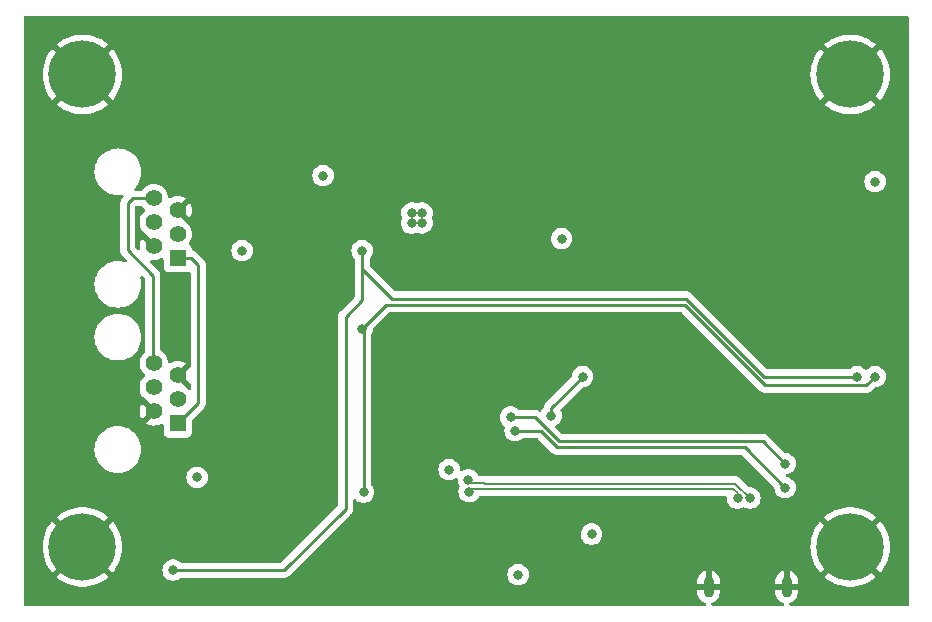
<source format=gbr>
G04 #@! TF.GenerationSoftware,KiCad,Pcbnew,7.0.2.1-36-g582732918d-dirty-deb11*
G04 #@! TF.CreationDate,2023-06-21T13:54:50+00:00*
G04 #@! TF.ProjectId,LocoBuffer,4c6f636f-4275-4666-9665-722e6b696361,rev?*
G04 #@! TF.SameCoordinates,Original*
G04 #@! TF.FileFunction,Copper,L4,Bot*
G04 #@! TF.FilePolarity,Positive*
%FSLAX46Y46*%
G04 Gerber Fmt 4.6, Leading zero omitted, Abs format (unit mm)*
G04 Created by KiCad (PCBNEW 7.0.2.1-36-g582732918d-dirty-deb11) date 2023-06-21 13:54:50*
%MOMM*%
%LPD*%
G01*
G04 APERTURE LIST*
G04 #@! TA.AperFunction,ComponentPad*
%ADD10R,1.398000X1.398000*%
G04 #@! TD*
G04 #@! TA.AperFunction,ComponentPad*
%ADD11C,1.398000*%
G04 #@! TD*
G04 #@! TA.AperFunction,ComponentPad*
%ADD12C,5.700000*%
G04 #@! TD*
G04 #@! TA.AperFunction,HeatsinkPad*
%ADD13C,0.600000*%
G04 #@! TD*
G04 #@! TA.AperFunction,ComponentPad*
%ADD14O,0.900000X1.800000*%
G04 #@! TD*
G04 #@! TA.AperFunction,ViaPad*
%ADD15C,0.800000*%
G04 #@! TD*
G04 #@! TA.AperFunction,Conductor*
%ADD16C,0.250000*%
G04 #@! TD*
G04 #@! TA.AperFunction,Conductor*
%ADD17C,0.200000*%
G04 #@! TD*
G04 APERTURE END LIST*
D10*
X43080000Y-90540000D03*
D11*
X41050000Y-89524000D03*
X43080000Y-88508000D03*
X41048000Y-87492000D03*
X43080000Y-86476000D03*
X41050000Y-85460000D03*
D10*
X43080000Y-104540000D03*
D11*
X41050000Y-103524000D03*
X43080000Y-102508000D03*
X41048000Y-101492000D03*
X43080000Y-100476000D03*
X41050000Y-99460000D03*
D12*
X35000000Y-75000000D03*
X35000000Y-115000000D03*
X100000000Y-115000000D03*
X100000000Y-75000000D03*
D13*
X97348500Y-92664000D03*
X95823500Y-92664000D03*
X98111000Y-93426500D03*
X96586000Y-93426500D03*
X95061000Y-93426500D03*
X97348500Y-94189000D03*
X95823500Y-94189000D03*
X98111000Y-94951500D03*
X96586000Y-94951500D03*
X95061000Y-94951500D03*
X97348500Y-95714000D03*
X95823500Y-95714000D03*
D14*
X88015000Y-118364000D03*
X94615000Y-118364000D03*
D15*
X75565000Y-88900000D03*
X78105000Y-113919000D03*
X48514000Y-89916000D03*
X44704000Y-109117500D03*
X63754000Y-86715600D03*
X71882000Y-117348000D03*
X62890400Y-86715600D03*
X102108000Y-84074000D03*
X62877700Y-87591900D03*
X55372000Y-83566000D03*
X63754000Y-87579200D03*
X66040000Y-108458000D03*
X100584000Y-100584000D03*
X58674000Y-89916000D03*
X42672000Y-116967000D03*
X91515000Y-110871000D03*
X67684279Y-109317676D03*
X90465000Y-110871000D03*
X67739296Y-110315663D03*
X74676000Y-103886000D03*
X77343000Y-100584000D03*
X102108000Y-100584000D03*
X58801000Y-110363000D03*
X58674000Y-96520000D03*
X71628000Y-105156000D03*
X94488000Y-109982000D03*
X71247000Y-104013000D03*
X94488000Y-107950000D03*
D16*
X44210400Y-90540000D02*
X44805600Y-91135200D01*
X44805600Y-102814400D02*
X43080000Y-104540000D01*
X44805600Y-91135200D02*
X44805600Y-102814400D01*
X43080000Y-90540000D02*
X44210400Y-90540000D01*
X40970200Y-92024200D02*
X40970200Y-99380200D01*
X38836600Y-85902800D02*
X38836600Y-89890600D01*
X39279400Y-85460000D02*
X38836600Y-85902800D01*
X41050000Y-85460000D02*
X39279400Y-85460000D01*
X38836600Y-89890600D02*
X40970200Y-92024200D01*
X58674000Y-89916000D02*
X58674000Y-91440000D01*
X86106000Y-93980000D02*
X92710000Y-100584000D01*
X58674000Y-94107000D02*
X58674000Y-89916000D01*
X57277000Y-111760000D02*
X57277000Y-95504000D01*
X61214000Y-93980000D02*
X86106000Y-93980000D01*
X42672000Y-116967000D02*
X52070000Y-116967000D01*
X58674000Y-91440000D02*
X61214000Y-93980000D01*
X92710000Y-100584000D02*
X100584000Y-100584000D01*
X57277000Y-95504000D02*
X58674000Y-94107000D01*
X52070000Y-116967000D02*
X57277000Y-111760000D01*
D17*
X67985780Y-109619177D02*
X69077177Y-109619177D01*
X90274000Y-109630000D02*
X69088000Y-109630000D01*
X67684279Y-109317676D02*
X67985780Y-109619177D01*
X91515000Y-110871000D02*
X90274000Y-109630000D01*
X69077177Y-109619177D02*
X69088000Y-109630000D01*
X67985780Y-110069179D02*
X68904973Y-110069179D01*
X90465000Y-110457397D02*
X90465000Y-110871000D01*
X68904973Y-110069179D02*
X68915794Y-110080000D01*
X90087603Y-110080000D02*
X90465000Y-110457397D01*
X68915794Y-110080000D02*
X90087603Y-110080000D01*
X67739296Y-110315663D02*
X67985780Y-110069179D01*
D16*
X77343000Y-100584000D02*
X74676000Y-103251000D01*
X74676000Y-103251000D02*
X74676000Y-103886000D01*
X58801000Y-110363000D02*
X58801000Y-96647000D01*
X85977604Y-94488000D02*
X92798604Y-101309000D01*
X101383000Y-101309000D02*
X102108000Y-100584000D01*
X58801000Y-96647000D02*
X58674000Y-96520000D01*
X92798604Y-101309000D02*
X101383000Y-101309000D01*
X60706000Y-94488000D02*
X85977604Y-94488000D01*
X58674000Y-96520000D02*
X60706000Y-94488000D01*
X75182604Y-106553000D02*
X91059000Y-106553000D01*
X73785604Y-105156000D02*
X75182604Y-106553000D01*
X71628000Y-105156000D02*
X73785604Y-105156000D01*
X94488000Y-109982000D02*
X91059000Y-106553000D01*
X71247000Y-104013000D02*
X73279000Y-104013000D01*
X73279000Y-104013000D02*
X75311000Y-106045000D01*
X75311000Y-106045000D02*
X92583000Y-106045000D01*
X92583000Y-106045000D02*
X94488000Y-107950000D01*
G04 #@! TA.AperFunction,Conductor*
G36*
X99060000Y-97536000D02*
G01*
X92837000Y-97536000D01*
X92837000Y-91186000D01*
X99060000Y-91186000D01*
X99060000Y-97536000D01*
G37*
G04 #@! TD.AperFunction*
G04 #@! TA.AperFunction,Conductor*
G36*
X44135195Y-101171986D02*
G01*
X44169221Y-101234298D01*
X44172100Y-101261081D01*
X44172100Y-101588247D01*
X44152098Y-101656368D01*
X44098442Y-101702861D01*
X44028168Y-101712965D01*
X43963588Y-101683471D01*
X43957005Y-101677342D01*
X43859133Y-101579470D01*
X43859127Y-101579465D01*
X43751836Y-101504339D01*
X43735012Y-101490221D01*
X43158921Y-100914130D01*
X43212647Y-100906033D01*
X43333509Y-100847829D01*
X43431844Y-100756587D01*
X43498917Y-100640413D01*
X43518374Y-100555165D01*
X44135195Y-101171986D01*
G37*
G04 #@! TD.AperFunction*
G04 #@! TA.AperFunction,Conductor*
G36*
X41810360Y-90554981D02*
G01*
X41858945Y-90606750D01*
X41872499Y-90663599D01*
X41872499Y-91287632D01*
X41872500Y-91287649D01*
X41879009Y-91348196D01*
X41879011Y-91348204D01*
X41930110Y-91485202D01*
X41930112Y-91485207D01*
X42017738Y-91602261D01*
X42134792Y-91689887D01*
X42134794Y-91689888D01*
X42134796Y-91689889D01*
X42193875Y-91711924D01*
X42271795Y-91740988D01*
X42271803Y-91740990D01*
X42332350Y-91747499D01*
X42332355Y-91747499D01*
X42332362Y-91747500D01*
X42332368Y-91747500D01*
X43827632Y-91747500D01*
X43827638Y-91747500D01*
X43827645Y-91747499D01*
X43827649Y-91747499D01*
X43888196Y-91740990D01*
X43888201Y-91740989D01*
X43888200Y-91740988D01*
X44002069Y-91698517D01*
X44072882Y-91693452D01*
X44135194Y-91727476D01*
X44169220Y-91789788D01*
X44172100Y-91816573D01*
X44172100Y-99690918D01*
X44152098Y-99759039D01*
X44135196Y-99780013D01*
X43520179Y-100395029D01*
X43518743Y-100375860D01*
X43469734Y-100250987D01*
X43386095Y-100146108D01*
X43275259Y-100070541D01*
X43161376Y-100035412D01*
X43735369Y-99461418D01*
X43735369Y-99461417D01*
X43685809Y-99426715D01*
X43494398Y-99337459D01*
X43494393Y-99337457D01*
X43290392Y-99282796D01*
X43080000Y-99264389D01*
X42869607Y-99282796D01*
X42665606Y-99337457D01*
X42665601Y-99337459D01*
X42474193Y-99426714D01*
X42450377Y-99443390D01*
X42383102Y-99466076D01*
X42314242Y-99448789D01*
X42265659Y-99397018D01*
X42252589Y-99351162D01*
X42243697Y-99249519D01*
X42189013Y-99045433D01*
X42099720Y-98853944D01*
X42099719Y-98853943D01*
X42099718Y-98853940D01*
X41978538Y-98680877D01*
X41978534Y-98680872D01*
X41978532Y-98680869D01*
X41829131Y-98531468D01*
X41669625Y-98419781D01*
X41657429Y-98411241D01*
X41613101Y-98355784D01*
X41603700Y-98308028D01*
X41603700Y-92108055D01*
X41605449Y-92092214D01*
X41605156Y-92092187D01*
X41605901Y-92084294D01*
X41605902Y-92084291D01*
X41603731Y-92015224D01*
X41603700Y-92013245D01*
X41603700Y-91984349D01*
X41603700Y-91984344D01*
X41602819Y-91977378D01*
X41602355Y-91971482D01*
X41600873Y-91924311D01*
X41595222Y-91904864D01*
X41591212Y-91885500D01*
X41589415Y-91871272D01*
X41588674Y-91865403D01*
X41571297Y-91821514D01*
X41569383Y-91815923D01*
X41556218Y-91770607D01*
X41545906Y-91753170D01*
X41537210Y-91735421D01*
X41529752Y-91716583D01*
X41502012Y-91678403D01*
X41498764Y-91673458D01*
X41474742Y-91632838D01*
X41460414Y-91618510D01*
X41447584Y-91603489D01*
X41435672Y-91587093D01*
X41435669Y-91587091D01*
X41435669Y-91587090D01*
X41399307Y-91557008D01*
X41394926Y-91553022D01*
X40777000Y-90935096D01*
X40742975Y-90872785D01*
X40748040Y-90801970D01*
X40790587Y-90745134D01*
X40857107Y-90720323D01*
X40877078Y-90720482D01*
X41049994Y-90735610D01*
X41260392Y-90717203D01*
X41464393Y-90662542D01*
X41464398Y-90662540D01*
X41655808Y-90573284D01*
X41674226Y-90560388D01*
X41741499Y-90537698D01*
X41810360Y-90554981D01*
G37*
G04 #@! TD.AperFunction*
G04 #@! TA.AperFunction,Conductor*
G36*
X40022025Y-86113502D02*
G01*
X40057117Y-86147229D01*
X40121465Y-86239127D01*
X40121470Y-86239133D01*
X40268241Y-86385904D01*
X40302267Y-86448216D01*
X40297202Y-86519031D01*
X40268242Y-86564094D01*
X40119465Y-86712872D01*
X40119461Y-86712877D01*
X39998281Y-86885940D01*
X39908988Y-87077430D01*
X39908986Y-87077434D01*
X39854303Y-87281515D01*
X39835888Y-87491999D01*
X39854303Y-87702484D01*
X39908986Y-87906565D01*
X39908988Y-87906569D01*
X39998281Y-88098059D01*
X40119461Y-88271122D01*
X40119465Y-88271127D01*
X40119468Y-88271131D01*
X40268869Y-88420532D01*
X40382837Y-88500333D01*
X40399655Y-88514446D01*
X40971078Y-89085869D01*
X40917353Y-89093967D01*
X40796491Y-89152171D01*
X40698156Y-89243413D01*
X40631083Y-89359587D01*
X40611625Y-89444834D01*
X40035419Y-88868628D01*
X40035418Y-88868628D01*
X40000717Y-88918188D01*
X39911459Y-89109602D01*
X39911457Y-89109606D01*
X39856796Y-89313607D01*
X39838389Y-89524000D01*
X39853518Y-89696920D01*
X39839529Y-89766525D01*
X39790129Y-89817518D01*
X39721003Y-89833708D01*
X39654098Y-89809955D01*
X39638902Y-89796997D01*
X39507005Y-89665100D01*
X39472979Y-89602788D01*
X39470100Y-89576005D01*
X39470100Y-86219500D01*
X39490102Y-86151379D01*
X39543758Y-86104886D01*
X39596100Y-86093500D01*
X39953904Y-86093500D01*
X40022025Y-86113502D01*
G37*
G04 #@! TD.AperFunction*
G04 #@! TA.AperFunction,Conductor*
G36*
X104916621Y-70045502D02*
G01*
X104963114Y-70099158D01*
X104974500Y-70151500D01*
X104974500Y-119848500D01*
X104954498Y-119916621D01*
X104900842Y-119963114D01*
X104848500Y-119974500D01*
X94942942Y-119974500D01*
X94874821Y-119954498D01*
X94828328Y-119900842D01*
X94818224Y-119830568D01*
X94847718Y-119765988D01*
X94899182Y-119730343D01*
X95039070Y-119678535D01*
X95039072Y-119678533D01*
X95204420Y-119575471D01*
X95204421Y-119575470D01*
X95345642Y-119441228D01*
X95456943Y-119281318D01*
X95533780Y-119102267D01*
X95573000Y-118911417D01*
X95573000Y-118618000D01*
X94865000Y-118618000D01*
X94865000Y-117989376D01*
X94850495Y-117916455D01*
X94795240Y-117833760D01*
X94712545Y-117778505D01*
X94615000Y-117759102D01*
X94517455Y-117778505D01*
X94434760Y-117833760D01*
X94379505Y-117916455D01*
X94365000Y-117989376D01*
X94365000Y-118618000D01*
X93657000Y-118618000D01*
X93657000Y-118862590D01*
X93671770Y-119007837D01*
X93730098Y-119193741D01*
X93824654Y-119364101D01*
X93951561Y-119511928D01*
X93951567Y-119511934D01*
X94105640Y-119631194D01*
X94280563Y-119716998D01*
X94280564Y-119716999D01*
X94317344Y-119726522D01*
X94378276Y-119762961D01*
X94409836Y-119826557D01*
X94402002Y-119897120D01*
X94357263Y-119952247D01*
X94289823Y-119974435D01*
X94285761Y-119974500D01*
X88342942Y-119974500D01*
X88274821Y-119954498D01*
X88228328Y-119900842D01*
X88218224Y-119830568D01*
X88247718Y-119765988D01*
X88299182Y-119730343D01*
X88439070Y-119678535D01*
X88439072Y-119678533D01*
X88604420Y-119575471D01*
X88604421Y-119575470D01*
X88745642Y-119441228D01*
X88856943Y-119281318D01*
X88933780Y-119102267D01*
X88973000Y-118911417D01*
X88973000Y-118618000D01*
X88265000Y-118618000D01*
X88265000Y-117989376D01*
X88250495Y-117916455D01*
X88195240Y-117833760D01*
X88112545Y-117778505D01*
X88015000Y-117759102D01*
X87917455Y-117778505D01*
X87834760Y-117833760D01*
X87779505Y-117916455D01*
X87765000Y-117989376D01*
X87765000Y-118618000D01*
X87057000Y-118618000D01*
X87057000Y-118862590D01*
X87071770Y-119007837D01*
X87130098Y-119193741D01*
X87224654Y-119364101D01*
X87351561Y-119511928D01*
X87351567Y-119511934D01*
X87505640Y-119631194D01*
X87680563Y-119716998D01*
X87680564Y-119716999D01*
X87717344Y-119726522D01*
X87778276Y-119762961D01*
X87809836Y-119826557D01*
X87802002Y-119897120D01*
X87757263Y-119952247D01*
X87689823Y-119974435D01*
X87685761Y-119974500D01*
X30151500Y-119974500D01*
X30083379Y-119954498D01*
X30036886Y-119900842D01*
X30025500Y-119848500D01*
X30025500Y-115000002D01*
X31637068Y-115000002D01*
X31656782Y-115363597D01*
X31715689Y-115722926D01*
X31813106Y-116073787D01*
X31947881Y-116412046D01*
X31947885Y-116412055D01*
X32118445Y-116733768D01*
X32118447Y-116733772D01*
X32322792Y-117035158D01*
X32322791Y-117035158D01*
X32452695Y-117188093D01*
X33699994Y-115940794D01*
X33701570Y-115943365D01*
X33865130Y-116134870D01*
X34056635Y-116298430D01*
X34059203Y-116300004D01*
X32809134Y-117550073D01*
X32822892Y-117563105D01*
X33112761Y-117783458D01*
X33112767Y-117783462D01*
X33424772Y-117971189D01*
X33424779Y-117971193D01*
X33755239Y-118124081D01*
X33755251Y-118124086D01*
X34100310Y-118240349D01*
X34100327Y-118240354D01*
X34455920Y-118318626D01*
X34455949Y-118318631D01*
X34817927Y-118357999D01*
X34817943Y-118358000D01*
X35182057Y-118358000D01*
X35182072Y-118357999D01*
X35544050Y-118318631D01*
X35544079Y-118318626D01*
X35899672Y-118240354D01*
X35899689Y-118240349D01*
X36244748Y-118124086D01*
X36244760Y-118124081D01*
X36575220Y-117971193D01*
X36575227Y-117971189D01*
X36887232Y-117783462D01*
X36887238Y-117783458D01*
X37177113Y-117563101D01*
X37190865Y-117550074D01*
X35940795Y-116300004D01*
X35943365Y-116298430D01*
X36134870Y-116134870D01*
X36298430Y-115943365D01*
X36300004Y-115940795D01*
X37547302Y-117188093D01*
X37547303Y-117188093D01*
X37677203Y-117035165D01*
X37677205Y-117035161D01*
X37723419Y-116967000D01*
X41758496Y-116967000D01*
X41778457Y-117156927D01*
X41788584Y-117188093D01*
X41837473Y-117338556D01*
X41837476Y-117338561D01*
X41932958Y-117503941D01*
X41932965Y-117503951D01*
X42060744Y-117645864D01*
X42060747Y-117645866D01*
X42215248Y-117758118D01*
X42389712Y-117835794D01*
X42576513Y-117875500D01*
X42767487Y-117875500D01*
X42954288Y-117835794D01*
X43128752Y-117758118D01*
X43283253Y-117645866D01*
X43286562Y-117642190D01*
X43347009Y-117604950D01*
X43380200Y-117600500D01*
X51986147Y-117600500D01*
X52001988Y-117602249D01*
X52002016Y-117601956D01*
X52009901Y-117602700D01*
X52009909Y-117602702D01*
X52071208Y-117600775D01*
X52078976Y-117600531D01*
X52080955Y-117600500D01*
X52109851Y-117600500D01*
X52109856Y-117600500D01*
X52116818Y-117599619D01*
X52122719Y-117599154D01*
X52169889Y-117597673D01*
X52189347Y-117592019D01*
X52208694Y-117588013D01*
X52228797Y-117585474D01*
X52272679Y-117568099D01*
X52278274Y-117566183D01*
X52306816Y-117557891D01*
X52323591Y-117553019D01*
X52323595Y-117553017D01*
X52341026Y-117542708D01*
X52358780Y-117534009D01*
X52377617Y-117526552D01*
X52415786Y-117498818D01*
X52420744Y-117495562D01*
X52461362Y-117471542D01*
X52475685Y-117457218D01*
X52490724Y-117444374D01*
X52507107Y-117432472D01*
X52537193Y-117396103D01*
X52541161Y-117391741D01*
X52584902Y-117348000D01*
X70968496Y-117348000D01*
X70988457Y-117537927D01*
X71010235Y-117604950D01*
X71047473Y-117719556D01*
X71047476Y-117719561D01*
X71142958Y-117884941D01*
X71142965Y-117884951D01*
X71270744Y-118026864D01*
X71270747Y-118026866D01*
X71425248Y-118139118D01*
X71599712Y-118216794D01*
X71786513Y-118256500D01*
X71977487Y-118256500D01*
X72164288Y-118216794D01*
X72338752Y-118139118D01*
X72378829Y-118110000D01*
X87057000Y-118110000D01*
X87761000Y-118110000D01*
X87761000Y-116990174D01*
X88269000Y-116990174D01*
X88269000Y-118110000D01*
X88973000Y-118110000D01*
X93657000Y-118110000D01*
X94361000Y-118110000D01*
X94361000Y-116990174D01*
X94869000Y-116990174D01*
X94869000Y-118110000D01*
X95573000Y-118110000D01*
X95573000Y-117865412D01*
X95572999Y-117865409D01*
X95558229Y-117720162D01*
X95499901Y-117534258D01*
X95405345Y-117363898D01*
X95278438Y-117216071D01*
X95278432Y-117216065D01*
X95124359Y-117096805D01*
X94949436Y-117011001D01*
X94949435Y-117011000D01*
X94869000Y-116990174D01*
X94361000Y-116990174D01*
X94361000Y-116986478D01*
X94190923Y-117049468D01*
X94025579Y-117152528D01*
X94025578Y-117152529D01*
X93884357Y-117286771D01*
X93773056Y-117446681D01*
X93696219Y-117625732D01*
X93657000Y-117816582D01*
X93657000Y-118110000D01*
X88973000Y-118110000D01*
X88973000Y-117865412D01*
X88972999Y-117865409D01*
X88958229Y-117720162D01*
X88899901Y-117534258D01*
X88805345Y-117363898D01*
X88678438Y-117216071D01*
X88678432Y-117216065D01*
X88524359Y-117096805D01*
X88349436Y-117011001D01*
X88349435Y-117011000D01*
X88269000Y-116990174D01*
X87761000Y-116990174D01*
X87761000Y-116986478D01*
X87590923Y-117049468D01*
X87425579Y-117152528D01*
X87425578Y-117152529D01*
X87284357Y-117286771D01*
X87173056Y-117446681D01*
X87096219Y-117625732D01*
X87057000Y-117816582D01*
X87057000Y-118110000D01*
X72378829Y-118110000D01*
X72493253Y-118026866D01*
X72543385Y-117971189D01*
X72621034Y-117884951D01*
X72621035Y-117884949D01*
X72621040Y-117884944D01*
X72716527Y-117719556D01*
X72775542Y-117537928D01*
X72795504Y-117348000D01*
X72775542Y-117158072D01*
X72716527Y-116976444D01*
X72621040Y-116811056D01*
X72621038Y-116811054D01*
X72621034Y-116811048D01*
X72493255Y-116669135D01*
X72338752Y-116556882D01*
X72164288Y-116479206D01*
X71977487Y-116439500D01*
X71786513Y-116439500D01*
X71599711Y-116479206D01*
X71425247Y-116556882D01*
X71270744Y-116669135D01*
X71142965Y-116811048D01*
X71142958Y-116811058D01*
X71047476Y-116976438D01*
X71047473Y-116976445D01*
X70988457Y-117158072D01*
X70968496Y-117348000D01*
X52584902Y-117348000D01*
X54932901Y-115000002D01*
X96637068Y-115000002D01*
X96656782Y-115363597D01*
X96715689Y-115722926D01*
X96813106Y-116073787D01*
X96947881Y-116412046D01*
X96947885Y-116412055D01*
X97118445Y-116733768D01*
X97118447Y-116733772D01*
X97322792Y-117035158D01*
X97322791Y-117035158D01*
X97452695Y-117188093D01*
X98699994Y-115940794D01*
X98701570Y-115943365D01*
X98865130Y-116134870D01*
X99056635Y-116298430D01*
X99059203Y-116300004D01*
X97809134Y-117550073D01*
X97822892Y-117563105D01*
X98112761Y-117783458D01*
X98112767Y-117783462D01*
X98424772Y-117971189D01*
X98424779Y-117971193D01*
X98755239Y-118124081D01*
X98755251Y-118124086D01*
X99100310Y-118240349D01*
X99100327Y-118240354D01*
X99455920Y-118318626D01*
X99455949Y-118318631D01*
X99817927Y-118357999D01*
X99817943Y-118358000D01*
X100182057Y-118358000D01*
X100182072Y-118357999D01*
X100544050Y-118318631D01*
X100544079Y-118318626D01*
X100899672Y-118240354D01*
X100899689Y-118240349D01*
X101244748Y-118124086D01*
X101244760Y-118124081D01*
X101575220Y-117971193D01*
X101575227Y-117971189D01*
X101887232Y-117783462D01*
X101887238Y-117783458D01*
X102177113Y-117563101D01*
X102190865Y-117550074D01*
X100940795Y-116300004D01*
X100943365Y-116298430D01*
X101134870Y-116134870D01*
X101298430Y-115943365D01*
X101300004Y-115940795D01*
X102547302Y-117188093D01*
X102547303Y-117188093D01*
X102677203Y-117035165D01*
X102677205Y-117035161D01*
X102881552Y-116733772D01*
X102881554Y-116733768D01*
X103052114Y-116412055D01*
X103052118Y-116412046D01*
X103186893Y-116073787D01*
X103284310Y-115722926D01*
X103343217Y-115363597D01*
X103362932Y-115000002D01*
X103362932Y-114999997D01*
X103343217Y-114636402D01*
X103284310Y-114277073D01*
X103186893Y-113926212D01*
X103052118Y-113587953D01*
X103052114Y-113587944D01*
X102881554Y-113266231D01*
X102881552Y-113266227D01*
X102677207Y-112964841D01*
X102677208Y-112964841D01*
X102547302Y-112811905D01*
X101300004Y-114059203D01*
X101298430Y-114056635D01*
X101134870Y-113865130D01*
X100943365Y-113701570D01*
X100940794Y-113699994D01*
X102190864Y-112449924D01*
X102177107Y-112436894D01*
X101887238Y-112216541D01*
X101887232Y-112216537D01*
X101575227Y-112028810D01*
X101575220Y-112028806D01*
X101244760Y-111875918D01*
X101244748Y-111875913D01*
X100899689Y-111759650D01*
X100899672Y-111759645D01*
X100544079Y-111681373D01*
X100544050Y-111681368D01*
X100182072Y-111642000D01*
X99817927Y-111642000D01*
X99455949Y-111681368D01*
X99455920Y-111681373D01*
X99100327Y-111759645D01*
X99100310Y-111759650D01*
X98755251Y-111875913D01*
X98755239Y-111875918D01*
X98424779Y-112028806D01*
X98424772Y-112028810D01*
X98112767Y-112216537D01*
X98112761Y-112216541D01*
X97822880Y-112436903D01*
X97822874Y-112436909D01*
X97809134Y-112449923D01*
X97809133Y-112449924D01*
X99059204Y-113699995D01*
X99056635Y-113701570D01*
X98865130Y-113865130D01*
X98701570Y-114056635D01*
X98699995Y-114059204D01*
X97452696Y-112811905D01*
X97322791Y-112964842D01*
X97118447Y-113266227D01*
X97118445Y-113266231D01*
X96947885Y-113587944D01*
X96947881Y-113587953D01*
X96813106Y-113926212D01*
X96715689Y-114277073D01*
X96656782Y-114636402D01*
X96637068Y-114999997D01*
X96637068Y-115000002D01*
X54932901Y-115000002D01*
X56013904Y-113918999D01*
X77191496Y-113918999D01*
X77211457Y-114108927D01*
X77241526Y-114201470D01*
X77270473Y-114290556D01*
X77270476Y-114290561D01*
X77365958Y-114455941D01*
X77365965Y-114455951D01*
X77493744Y-114597864D01*
X77493747Y-114597866D01*
X77648248Y-114710118D01*
X77822712Y-114787794D01*
X78009513Y-114827500D01*
X78200487Y-114827500D01*
X78387288Y-114787794D01*
X78561752Y-114710118D01*
X78716253Y-114597866D01*
X78844040Y-114455944D01*
X78939527Y-114290556D01*
X78998542Y-114108928D01*
X79018504Y-113919000D01*
X78998542Y-113729072D01*
X78939527Y-113547444D01*
X78844040Y-113382056D01*
X78844038Y-113382054D01*
X78844034Y-113382048D01*
X78716255Y-113240135D01*
X78561752Y-113127882D01*
X78387288Y-113050206D01*
X78200487Y-113010500D01*
X78009513Y-113010500D01*
X77822711Y-113050206D01*
X77648247Y-113127882D01*
X77493744Y-113240135D01*
X77365965Y-113382048D01*
X77365958Y-113382058D01*
X77270476Y-113547438D01*
X77270473Y-113547445D01*
X77211457Y-113729072D01*
X77191496Y-113918999D01*
X56013904Y-113918999D01*
X57665660Y-112267243D01*
X57678098Y-112257280D01*
X57677910Y-112257053D01*
X57684016Y-112252001D01*
X57684015Y-112252001D01*
X57684018Y-112252000D01*
X57731337Y-112201608D01*
X57732651Y-112200252D01*
X57753135Y-112179770D01*
X57757445Y-112174212D01*
X57761274Y-112169729D01*
X57793586Y-112135321D01*
X57803346Y-112117565D01*
X57814195Y-112101050D01*
X57826614Y-112085041D01*
X57845363Y-112041710D01*
X57847953Y-112036423D01*
X57870695Y-111995060D01*
X57875733Y-111975434D01*
X57882137Y-111956732D01*
X57890180Y-111938147D01*
X57890179Y-111938147D01*
X57890181Y-111938145D01*
X57897561Y-111891547D01*
X57898762Y-111885740D01*
X57910500Y-111840030D01*
X57910500Y-111819775D01*
X57912051Y-111800063D01*
X57915220Y-111780057D01*
X57911414Y-111739793D01*
X57910780Y-111733080D01*
X57910500Y-111727148D01*
X57910500Y-111059972D01*
X57930502Y-110991851D01*
X57984158Y-110945358D01*
X58054432Y-110935254D01*
X58119012Y-110964748D01*
X58130134Y-110975659D01*
X58189747Y-111041866D01*
X58344248Y-111154118D01*
X58518712Y-111231794D01*
X58705513Y-111271500D01*
X58896487Y-111271500D01*
X59083288Y-111231794D01*
X59257752Y-111154118D01*
X59412253Y-111041866D01*
X59412255Y-111041864D01*
X59540034Y-110899951D01*
X59540035Y-110899949D01*
X59540040Y-110899944D01*
X59635527Y-110734556D01*
X59694542Y-110552928D01*
X59714504Y-110363000D01*
X59694542Y-110173072D01*
X59635527Y-109991444D01*
X59560905Y-109862195D01*
X59540042Y-109826059D01*
X59540041Y-109826058D01*
X59540040Y-109826056D01*
X59466863Y-109744784D01*
X59436146Y-109680776D01*
X59434500Y-109660474D01*
X59434500Y-108458000D01*
X65126496Y-108458000D01*
X65146457Y-108647927D01*
X65170814Y-108722887D01*
X65205473Y-108829556D01*
X65205476Y-108829561D01*
X65300958Y-108994941D01*
X65300965Y-108994951D01*
X65428744Y-109136864D01*
X65428747Y-109136866D01*
X65583248Y-109249118D01*
X65757712Y-109326794D01*
X65944513Y-109366500D01*
X66135487Y-109366500D01*
X66322288Y-109326794D01*
X66496752Y-109249118D01*
X66572279Y-109194243D01*
X66639147Y-109170386D01*
X66708298Y-109186466D01*
X66757778Y-109237380D01*
X66771878Y-109306962D01*
X66771650Y-109309348D01*
X66770775Y-109317674D01*
X66790736Y-109507603D01*
X66820805Y-109600146D01*
X66849752Y-109689232D01*
X66849755Y-109689237D01*
X66914463Y-109801315D01*
X66931201Y-109870310D01*
X66914465Y-109927312D01*
X66904769Y-109944105D01*
X66904766Y-109944112D01*
X66845753Y-110125734D01*
X66825792Y-110315663D01*
X66845753Y-110505590D01*
X66861135Y-110552928D01*
X66904769Y-110687219D01*
X66904772Y-110687224D01*
X67000254Y-110852604D01*
X67000261Y-110852614D01*
X67128040Y-110994527D01*
X67128043Y-110994529D01*
X67282544Y-111106781D01*
X67457008Y-111184457D01*
X67643809Y-111224163D01*
X67834783Y-111224163D01*
X68021584Y-111184457D01*
X68196048Y-111106781D01*
X68350549Y-110994529D01*
X68394823Y-110945358D01*
X68478330Y-110852614D01*
X68478331Y-110852612D01*
X68478336Y-110852607D01*
X68542957Y-110740679D01*
X68594341Y-110691686D01*
X68652077Y-110677679D01*
X68789582Y-110677679D01*
X68797813Y-110678219D01*
X68843831Y-110684276D01*
X68875909Y-110688500D01*
X68875916Y-110688500D01*
X68915794Y-110693750D01*
X68915794Y-110693749D01*
X68915795Y-110693750D01*
X68951575Y-110689040D01*
X68959806Y-110688500D01*
X89430740Y-110688500D01*
X89498861Y-110708502D01*
X89545354Y-110762158D01*
X89556050Y-110827670D01*
X89551496Y-110870999D01*
X89571457Y-111060927D01*
X89601526Y-111153470D01*
X89630473Y-111242556D01*
X89630476Y-111242561D01*
X89725958Y-111407941D01*
X89725965Y-111407951D01*
X89853744Y-111549864D01*
X89853747Y-111549866D01*
X90008248Y-111662118D01*
X90182712Y-111739794D01*
X90369513Y-111779500D01*
X90560487Y-111779500D01*
X90747288Y-111739794D01*
X90921752Y-111662118D01*
X90921763Y-111662109D01*
X90926991Y-111659092D01*
X90995985Y-111642348D01*
X91053009Y-111659092D01*
X91058240Y-111662112D01*
X91058248Y-111662118D01*
X91232712Y-111739794D01*
X91419513Y-111779500D01*
X91610487Y-111779500D01*
X91797288Y-111739794D01*
X91971752Y-111662118D01*
X92126253Y-111549866D01*
X92254040Y-111407944D01*
X92349527Y-111242556D01*
X92408542Y-111060928D01*
X92428504Y-110871000D01*
X92408542Y-110681072D01*
X92349527Y-110499444D01*
X92254040Y-110334056D01*
X92254038Y-110334054D01*
X92254034Y-110334048D01*
X92126255Y-110192135D01*
X91971752Y-110079882D01*
X91797288Y-110002206D01*
X91610487Y-109962500D01*
X91519239Y-109962500D01*
X91451118Y-109942498D01*
X91430144Y-109925595D01*
X91114987Y-109610438D01*
X90735390Y-109230841D01*
X90729963Y-109224653D01*
X90717532Y-109208453D01*
X90707986Y-109196011D01*
X90678599Y-109173462D01*
X90630904Y-109136864D01*
X90580876Y-109098476D01*
X90558590Y-109089245D01*
X90432851Y-109037162D01*
X90413458Y-109034607D01*
X90413458Y-109034608D01*
X90310941Y-109021111D01*
X90310898Y-109021107D01*
X90274003Y-109016250D01*
X90273999Y-109016250D01*
X90238219Y-109020960D01*
X90229988Y-109021500D01*
X69203404Y-109021500D01*
X69195173Y-109020960D01*
X69113404Y-109010195D01*
X69113374Y-109010192D01*
X69077179Y-109005427D01*
X69077176Y-109005427D01*
X69041396Y-109010137D01*
X69033165Y-109010677D01*
X68628824Y-109010677D01*
X68560703Y-108990675D01*
X68519705Y-108947677D01*
X68451506Y-108829554D01*
X68423319Y-108780732D01*
X68423317Y-108780730D01*
X68423313Y-108780724D01*
X68295534Y-108638811D01*
X68141031Y-108526558D01*
X67966567Y-108448882D01*
X67779766Y-108409176D01*
X67588792Y-108409176D01*
X67401990Y-108448882D01*
X67227526Y-108526558D01*
X67151998Y-108581432D01*
X67085130Y-108605290D01*
X67015978Y-108589208D01*
X66966499Y-108538294D01*
X66952400Y-108468711D01*
X66952621Y-108466398D01*
X66953504Y-108458000D01*
X66933542Y-108268072D01*
X66874527Y-108086444D01*
X66779040Y-107921056D01*
X66779038Y-107921054D01*
X66779034Y-107921048D01*
X66651255Y-107779135D01*
X66496752Y-107666882D01*
X66322288Y-107589206D01*
X66135487Y-107549500D01*
X65944513Y-107549500D01*
X65757711Y-107589206D01*
X65583247Y-107666882D01*
X65428744Y-107779135D01*
X65300965Y-107921048D01*
X65300958Y-107921058D01*
X65205476Y-108086438D01*
X65205473Y-108086445D01*
X65146457Y-108268072D01*
X65126496Y-108458000D01*
X59434500Y-108458000D01*
X59434500Y-104013000D01*
X70333496Y-104013000D01*
X70353457Y-104202927D01*
X70371207Y-104257554D01*
X70412473Y-104384556D01*
X70412476Y-104384561D01*
X70507958Y-104549941D01*
X70507965Y-104549951D01*
X70635744Y-104691864D01*
X70713624Y-104748447D01*
X70756978Y-104804669D01*
X70763053Y-104875405D01*
X70759396Y-104889319D01*
X70734457Y-104966071D01*
X70714496Y-105155999D01*
X70734457Y-105345927D01*
X70759967Y-105424437D01*
X70793473Y-105527556D01*
X70793476Y-105527561D01*
X70888958Y-105692941D01*
X70888965Y-105692951D01*
X71016744Y-105834864D01*
X71016747Y-105834866D01*
X71171248Y-105947118D01*
X71345712Y-106024794D01*
X71532513Y-106064500D01*
X71723487Y-106064500D01*
X71910288Y-106024794D01*
X72084752Y-105947118D01*
X72239253Y-105834866D01*
X72242562Y-105831190D01*
X72303009Y-105793950D01*
X72336200Y-105789500D01*
X73471010Y-105789500D01*
X73539131Y-105809502D01*
X73560105Y-105826405D01*
X74675357Y-106941657D01*
X74685324Y-106954097D01*
X74685551Y-106953910D01*
X74690603Y-106960017D01*
X74740992Y-107007335D01*
X74742381Y-107008681D01*
X74752622Y-107018922D01*
X74762830Y-107029131D01*
X74768372Y-107033430D01*
X74772885Y-107037285D01*
X74780424Y-107044364D01*
X74807283Y-107069586D01*
X74807284Y-107069586D01*
X74807286Y-107069588D01*
X74825033Y-107079344D01*
X74841563Y-107090202D01*
X74857563Y-107102613D01*
X74888740Y-107116104D01*
X74900855Y-107121347D01*
X74906189Y-107123959D01*
X74947544Y-107146695D01*
X74967166Y-107151733D01*
X74985867Y-107158135D01*
X75004459Y-107166181D01*
X75051074Y-107173563D01*
X75056846Y-107174758D01*
X75102574Y-107186500D01*
X75122835Y-107186500D01*
X75142543Y-107188050D01*
X75162547Y-107191219D01*
X75196063Y-107188051D01*
X75209514Y-107186780D01*
X75215446Y-107186500D01*
X90744406Y-107186500D01*
X90812527Y-107206502D01*
X90833501Y-107223405D01*
X93540877Y-109930781D01*
X93574903Y-109993093D01*
X93577092Y-110006705D01*
X93594457Y-110171927D01*
X93624526Y-110264470D01*
X93653473Y-110353556D01*
X93653476Y-110353561D01*
X93748958Y-110518941D01*
X93748965Y-110518951D01*
X93876744Y-110660864D01*
X93914780Y-110688499D01*
X94031248Y-110773118D01*
X94205712Y-110850794D01*
X94392513Y-110890500D01*
X94583487Y-110890500D01*
X94770288Y-110850794D01*
X94944752Y-110773118D01*
X95099253Y-110660866D01*
X95227040Y-110518944D01*
X95322527Y-110353556D01*
X95381542Y-110171928D01*
X95401504Y-109982000D01*
X95381542Y-109792072D01*
X95322527Y-109610444D01*
X95227040Y-109445056D01*
X95227038Y-109445054D01*
X95227034Y-109445048D01*
X95099255Y-109303135D01*
X94944752Y-109190882D01*
X94770284Y-109113204D01*
X94657569Y-109089245D01*
X94595096Y-109055517D01*
X94560775Y-108993367D01*
X94565503Y-108922528D01*
X94607780Y-108865491D01*
X94657567Y-108842753D01*
X94770288Y-108818794D01*
X94944752Y-108741118D01*
X95099253Y-108628866D01*
X95142750Y-108580558D01*
X95227034Y-108486951D01*
X95227035Y-108486949D01*
X95227040Y-108486944D01*
X95322527Y-108321556D01*
X95381542Y-108139928D01*
X95401504Y-107950000D01*
X95381542Y-107760072D01*
X95322527Y-107578444D01*
X95227040Y-107413056D01*
X95227038Y-107413054D01*
X95227034Y-107413048D01*
X95099255Y-107271135D01*
X94944752Y-107158882D01*
X94770288Y-107081206D01*
X94583487Y-107041500D01*
X94527594Y-107041500D01*
X94459473Y-107021498D01*
X94438499Y-107004595D01*
X93090244Y-105656339D01*
X93080279Y-105643901D01*
X93080052Y-105644090D01*
X93075001Y-105637984D01*
X93075000Y-105637982D01*
X93024625Y-105590677D01*
X93023236Y-105589331D01*
X93012990Y-105579085D01*
X93002776Y-105568870D01*
X93002772Y-105568866D01*
X92997225Y-105564563D01*
X92992717Y-105560712D01*
X92958325Y-105528417D01*
X92958319Y-105528413D01*
X92940563Y-105518651D01*
X92924047Y-105507802D01*
X92908041Y-105495386D01*
X92877289Y-105482078D01*
X92864740Y-105476648D01*
X92859408Y-105474036D01*
X92818061Y-105451305D01*
X92798436Y-105446266D01*
X92779736Y-105439864D01*
X92761145Y-105431819D01*
X92761143Y-105431818D01*
X92761142Y-105431818D01*
X92714542Y-105424437D01*
X92708729Y-105423233D01*
X92663030Y-105411500D01*
X92642776Y-105411500D01*
X92623066Y-105409949D01*
X92603057Y-105406780D01*
X92603056Y-105406780D01*
X92556083Y-105411220D01*
X92550150Y-105411500D01*
X75625594Y-105411500D01*
X75557473Y-105391498D01*
X75536499Y-105374595D01*
X75059145Y-104897241D01*
X75025119Y-104834929D01*
X75030184Y-104764114D01*
X75072731Y-104707278D01*
X75096989Y-104693040D01*
X75132752Y-104677118D01*
X75287253Y-104564866D01*
X75291285Y-104560388D01*
X75415034Y-104422951D01*
X75415035Y-104422949D01*
X75415040Y-104422944D01*
X75510527Y-104257556D01*
X75569542Y-104075928D01*
X75589504Y-103886000D01*
X75569542Y-103696072D01*
X75510527Y-103514444D01*
X75484906Y-103470067D01*
X75468168Y-103401072D01*
X75491388Y-103333980D01*
X75504918Y-103317984D01*
X77293501Y-101529402D01*
X77355811Y-101495379D01*
X77382594Y-101492500D01*
X77438487Y-101492500D01*
X77625288Y-101452794D01*
X77799752Y-101375118D01*
X77954253Y-101262866D01*
X78082040Y-101120944D01*
X78177527Y-100955556D01*
X78236542Y-100773928D01*
X78256504Y-100584000D01*
X78236542Y-100394072D01*
X78177527Y-100212444D01*
X78082040Y-100047056D01*
X78082038Y-100047054D01*
X78082034Y-100047048D01*
X77954255Y-99905135D01*
X77799752Y-99792882D01*
X77625288Y-99715206D01*
X77438487Y-99675500D01*
X77247513Y-99675500D01*
X77060711Y-99715206D01*
X76886247Y-99792882D01*
X76731744Y-99905135D01*
X76603965Y-100047048D01*
X76603958Y-100047058D01*
X76508476Y-100212438D01*
X76508473Y-100212445D01*
X76449457Y-100394072D01*
X76432092Y-100559292D01*
X76405079Y-100624949D01*
X76395877Y-100635216D01*
X74287336Y-102743757D01*
X74274901Y-102753721D01*
X74275089Y-102753948D01*
X74268979Y-102759002D01*
X74221694Y-102809355D01*
X74220319Y-102810774D01*
X74199863Y-102831231D01*
X74195560Y-102836777D01*
X74191714Y-102841279D01*
X74159417Y-102875674D01*
X74159411Y-102875683D01*
X74149651Y-102893435D01*
X74138803Y-102909950D01*
X74126386Y-102925958D01*
X74107645Y-102969264D01*
X74105034Y-102974594D01*
X74082305Y-103015939D01*
X74082303Y-103015944D01*
X74077267Y-103035559D01*
X74070864Y-103054262D01*
X74062819Y-103072852D01*
X74055437Y-103119456D01*
X74054233Y-103125268D01*
X74042500Y-103170968D01*
X74042500Y-103183474D01*
X74022498Y-103251595D01*
X74010137Y-103267784D01*
X73936957Y-103349059D01*
X73861913Y-103479039D01*
X73810530Y-103528032D01*
X73740817Y-103541468D01*
X73674906Y-103515082D01*
X73666541Y-103507889D01*
X73654324Y-103496417D01*
X73654321Y-103496414D01*
X73643327Y-103490370D01*
X73636563Y-103486651D01*
X73620047Y-103475802D01*
X73604041Y-103463386D01*
X73573289Y-103450078D01*
X73560740Y-103444648D01*
X73555408Y-103442036D01*
X73514061Y-103419305D01*
X73494436Y-103414266D01*
X73475736Y-103407864D01*
X73457145Y-103399819D01*
X73457143Y-103399818D01*
X73457142Y-103399818D01*
X73410542Y-103392437D01*
X73404729Y-103391233D01*
X73359030Y-103379500D01*
X73338776Y-103379500D01*
X73319066Y-103377949D01*
X73299057Y-103374780D01*
X73299056Y-103374780D01*
X73252083Y-103379220D01*
X73246150Y-103379500D01*
X71955200Y-103379500D01*
X71887079Y-103359498D01*
X71861563Y-103337810D01*
X71858252Y-103334133D01*
X71703752Y-103221882D01*
X71529288Y-103144206D01*
X71342487Y-103104500D01*
X71151513Y-103104500D01*
X70964711Y-103144206D01*
X70790247Y-103221882D01*
X70635744Y-103334135D01*
X70507965Y-103476048D01*
X70507958Y-103476058D01*
X70412476Y-103641438D01*
X70412473Y-103641445D01*
X70353457Y-103823072D01*
X70333496Y-104013000D01*
X59434500Y-104013000D01*
X59434500Y-97053535D01*
X59451380Y-96990536D01*
X59508527Y-96891556D01*
X59567542Y-96709928D01*
X59584907Y-96544704D01*
X59611920Y-96479049D01*
X59621104Y-96468799D01*
X60931502Y-95158402D01*
X60993812Y-95124379D01*
X61020595Y-95121500D01*
X85663010Y-95121500D01*
X85731131Y-95141502D01*
X85752105Y-95158405D01*
X92291357Y-101697657D01*
X92301324Y-101710097D01*
X92301551Y-101709910D01*
X92306603Y-101716017D01*
X92356992Y-101763335D01*
X92358381Y-101764681D01*
X92378835Y-101785135D01*
X92384374Y-101789431D01*
X92388886Y-101793285D01*
X92423283Y-101825586D01*
X92441031Y-101835342D01*
X92457561Y-101846201D01*
X92473563Y-101858614D01*
X92513753Y-101876005D01*
X92516866Y-101877352D01*
X92522187Y-101879958D01*
X92563544Y-101902695D01*
X92563552Y-101902697D01*
X92583162Y-101907732D01*
X92601871Y-101914137D01*
X92620459Y-101922181D01*
X92667081Y-101929564D01*
X92672866Y-101930763D01*
X92718574Y-101942500D01*
X92738828Y-101942500D01*
X92758538Y-101944051D01*
X92760745Y-101944400D01*
X92778547Y-101947220D01*
X92813076Y-101943956D01*
X92825521Y-101942780D01*
X92831454Y-101942500D01*
X101299147Y-101942500D01*
X101314988Y-101944249D01*
X101315016Y-101943956D01*
X101322901Y-101944700D01*
X101322909Y-101944702D01*
X101384208Y-101942775D01*
X101391976Y-101942531D01*
X101393955Y-101942500D01*
X101422851Y-101942500D01*
X101422856Y-101942500D01*
X101429818Y-101941619D01*
X101435719Y-101941154D01*
X101482889Y-101939673D01*
X101502347Y-101934019D01*
X101521694Y-101930013D01*
X101541797Y-101927474D01*
X101585679Y-101910099D01*
X101591274Y-101908183D01*
X101619816Y-101899891D01*
X101636591Y-101895019D01*
X101636595Y-101895017D01*
X101654026Y-101884708D01*
X101671780Y-101876009D01*
X101690617Y-101868552D01*
X101728786Y-101840818D01*
X101733744Y-101837562D01*
X101774362Y-101813542D01*
X101788685Y-101799218D01*
X101803724Y-101786374D01*
X101820107Y-101774472D01*
X101850188Y-101738108D01*
X101854167Y-101733735D01*
X102058499Y-101529404D01*
X102120812Y-101495379D01*
X102147595Y-101492500D01*
X102203487Y-101492500D01*
X102390288Y-101452794D01*
X102564752Y-101375118D01*
X102719253Y-101262866D01*
X102847040Y-101120944D01*
X102942527Y-100955556D01*
X103001542Y-100773928D01*
X103021504Y-100584000D01*
X103001542Y-100394072D01*
X102942527Y-100212444D01*
X102847040Y-100047056D01*
X102847038Y-100047054D01*
X102847034Y-100047048D01*
X102719255Y-99905135D01*
X102564752Y-99792882D01*
X102390288Y-99715206D01*
X102203487Y-99675500D01*
X102012513Y-99675500D01*
X101825711Y-99715206D01*
X101651247Y-99792882D01*
X101496744Y-99905135D01*
X101439636Y-99968561D01*
X101379190Y-100005801D01*
X101308207Y-100004449D01*
X101252364Y-99968561D01*
X101195255Y-99905135D01*
X101040752Y-99792882D01*
X100866288Y-99715206D01*
X100679487Y-99675500D01*
X100488513Y-99675500D01*
X100301711Y-99715206D01*
X100127247Y-99792882D01*
X99972747Y-99905133D01*
X99969437Y-99908810D01*
X99908991Y-99946050D01*
X99875800Y-99950500D01*
X93024595Y-99950500D01*
X92956474Y-99930498D01*
X92935500Y-99913595D01*
X86613244Y-93591339D01*
X86603279Y-93578901D01*
X86603052Y-93579090D01*
X86598001Y-93572984D01*
X86598000Y-93572982D01*
X86547626Y-93525678D01*
X86546237Y-93524332D01*
X86533470Y-93511565D01*
X86525776Y-93503870D01*
X86525772Y-93503866D01*
X86520225Y-93499563D01*
X86515717Y-93495712D01*
X86481322Y-93463415D01*
X86481321Y-93463414D01*
X86477995Y-93461586D01*
X86463563Y-93453651D01*
X86447047Y-93442802D01*
X86431041Y-93430386D01*
X86400289Y-93417078D01*
X86387740Y-93411648D01*
X86382408Y-93409036D01*
X86341061Y-93386305D01*
X86321436Y-93381266D01*
X86302736Y-93374864D01*
X86284145Y-93366819D01*
X86284143Y-93366818D01*
X86284142Y-93366818D01*
X86237542Y-93359437D01*
X86231729Y-93358233D01*
X86186030Y-93346500D01*
X86165776Y-93346500D01*
X86146066Y-93344949D01*
X86126057Y-93341780D01*
X86126056Y-93341780D01*
X86079083Y-93346220D01*
X86073150Y-93346500D01*
X61528595Y-93346500D01*
X61460474Y-93326498D01*
X61439500Y-93309595D01*
X59344405Y-91214500D01*
X59328842Y-91186000D01*
X92837000Y-91186000D01*
X92837000Y-97536000D01*
X99060000Y-97536000D01*
X99060000Y-91186000D01*
X92837000Y-91186000D01*
X59328842Y-91186000D01*
X59310379Y-91152188D01*
X59307500Y-91125405D01*
X59307500Y-90618524D01*
X59327502Y-90550403D01*
X59339858Y-90534220D01*
X59413040Y-90452944D01*
X59508527Y-90287556D01*
X59567542Y-90105928D01*
X59587504Y-89916000D01*
X59567542Y-89726072D01*
X59508527Y-89544444D01*
X59413040Y-89379056D01*
X59413038Y-89379054D01*
X59413034Y-89379048D01*
X59285255Y-89237135D01*
X59130752Y-89124882D01*
X58956288Y-89047206D01*
X58769487Y-89007500D01*
X58578513Y-89007500D01*
X58391711Y-89047206D01*
X58217247Y-89124882D01*
X58062744Y-89237135D01*
X57934965Y-89379048D01*
X57934958Y-89379058D01*
X57839476Y-89544438D01*
X57839473Y-89544445D01*
X57780457Y-89726072D01*
X57762616Y-89895829D01*
X57760496Y-89916000D01*
X57761119Y-89921928D01*
X57780457Y-90105927D01*
X57792891Y-90144193D01*
X57839473Y-90287556D01*
X57934960Y-90452944D01*
X58008137Y-90534215D01*
X58038853Y-90598220D01*
X58040500Y-90618524D01*
X58040500Y-91356146D01*
X58038751Y-91371988D01*
X58039044Y-91372016D01*
X58038297Y-91379909D01*
X58040468Y-91448975D01*
X58040499Y-91450953D01*
X58040500Y-93792403D01*
X58020498Y-93860524D01*
X58003595Y-93881498D01*
X56888336Y-94996757D01*
X56875901Y-95006721D01*
X56876089Y-95006948D01*
X56869979Y-95012002D01*
X56822694Y-95062355D01*
X56821319Y-95063774D01*
X56800863Y-95084231D01*
X56796560Y-95089777D01*
X56792714Y-95094279D01*
X56760417Y-95128674D01*
X56760411Y-95128683D01*
X56750651Y-95146435D01*
X56739803Y-95162950D01*
X56727386Y-95178958D01*
X56708645Y-95222264D01*
X56706034Y-95227594D01*
X56683305Y-95268939D01*
X56683303Y-95268944D01*
X56678267Y-95288559D01*
X56671864Y-95307262D01*
X56663819Y-95325852D01*
X56656437Y-95372456D01*
X56655233Y-95378268D01*
X56643499Y-95423969D01*
X56643499Y-95444231D01*
X56641948Y-95463933D01*
X56638780Y-95483938D01*
X56638779Y-95483947D01*
X56643219Y-95530919D01*
X56643499Y-95536850D01*
X56643499Y-111445405D01*
X56623497Y-111513526D01*
X56606594Y-111534500D01*
X51844500Y-116296595D01*
X51782188Y-116330621D01*
X51755405Y-116333500D01*
X43380200Y-116333500D01*
X43312079Y-116313498D01*
X43286563Y-116291810D01*
X43283252Y-116288133D01*
X43128752Y-116175882D01*
X42954288Y-116098206D01*
X42767487Y-116058500D01*
X42576513Y-116058500D01*
X42389711Y-116098206D01*
X42215247Y-116175882D01*
X42060744Y-116288135D01*
X41932965Y-116430048D01*
X41932958Y-116430058D01*
X41837476Y-116595438D01*
X41837473Y-116595445D01*
X41778457Y-116777072D01*
X41758496Y-116967000D01*
X37723419Y-116967000D01*
X37881552Y-116733772D01*
X37881554Y-116733768D01*
X38052114Y-116412055D01*
X38052118Y-116412046D01*
X38186893Y-116073787D01*
X38284310Y-115722926D01*
X38343217Y-115363597D01*
X38362932Y-115000002D01*
X38362932Y-114999997D01*
X38343217Y-114636402D01*
X38284310Y-114277073D01*
X38186893Y-113926212D01*
X38052118Y-113587953D01*
X38052114Y-113587944D01*
X37881554Y-113266231D01*
X37881552Y-113266227D01*
X37677207Y-112964841D01*
X37677208Y-112964841D01*
X37547302Y-112811905D01*
X36300004Y-114059203D01*
X36298430Y-114056635D01*
X36134870Y-113865130D01*
X35943365Y-113701570D01*
X35940794Y-113699994D01*
X37190864Y-112449924D01*
X37177107Y-112436894D01*
X36887238Y-112216541D01*
X36887232Y-112216537D01*
X36575227Y-112028810D01*
X36575220Y-112028806D01*
X36244760Y-111875918D01*
X36244748Y-111875913D01*
X35899689Y-111759650D01*
X35899672Y-111759645D01*
X35544079Y-111681373D01*
X35544050Y-111681368D01*
X35182072Y-111642000D01*
X34817927Y-111642000D01*
X34455949Y-111681368D01*
X34455920Y-111681373D01*
X34100327Y-111759645D01*
X34100310Y-111759650D01*
X33755251Y-111875913D01*
X33755239Y-111875918D01*
X33424779Y-112028806D01*
X33424772Y-112028810D01*
X33112767Y-112216537D01*
X33112761Y-112216541D01*
X32822880Y-112436903D01*
X32822874Y-112436909D01*
X32809134Y-112449923D01*
X32809133Y-112449924D01*
X34059204Y-113699995D01*
X34056635Y-113701570D01*
X33865130Y-113865130D01*
X33701570Y-114056635D01*
X33699995Y-114059204D01*
X32452696Y-112811905D01*
X32322791Y-112964842D01*
X32118447Y-113266227D01*
X32118445Y-113266231D01*
X31947885Y-113587944D01*
X31947881Y-113587953D01*
X31813106Y-113926212D01*
X31715689Y-114277073D01*
X31656782Y-114636402D01*
X31637068Y-114999997D01*
X31637068Y-115000002D01*
X30025500Y-115000002D01*
X30025500Y-109117500D01*
X43790496Y-109117500D01*
X43810457Y-109307427D01*
X43816750Y-109326793D01*
X43869473Y-109489056D01*
X43869476Y-109489061D01*
X43964958Y-109654441D01*
X43964965Y-109654451D01*
X44092744Y-109796364D01*
X44133612Y-109826056D01*
X44247248Y-109908618D01*
X44421712Y-109986294D01*
X44608513Y-110026000D01*
X44799487Y-110026000D01*
X44986288Y-109986294D01*
X45160752Y-109908618D01*
X45315253Y-109796366D01*
X45315255Y-109796364D01*
X45443034Y-109654451D01*
X45443035Y-109654449D01*
X45443040Y-109654444D01*
X45538527Y-109489056D01*
X45597542Y-109307428D01*
X45617504Y-109117500D01*
X45597542Y-108927572D01*
X45538527Y-108745944D01*
X45443040Y-108580556D01*
X45443038Y-108580554D01*
X45443034Y-108580548D01*
X45315255Y-108438635D01*
X45160752Y-108326382D01*
X44986288Y-108248706D01*
X44799487Y-108209000D01*
X44608513Y-108209000D01*
X44421711Y-108248706D01*
X44247247Y-108326382D01*
X44092744Y-108438635D01*
X43964965Y-108580548D01*
X43964958Y-108580558D01*
X43869476Y-108745938D01*
X43869473Y-108745945D01*
X43810457Y-108927572D01*
X43790496Y-109117500D01*
X30025500Y-109117500D01*
X30025500Y-106762499D01*
X36019454Y-106762499D01*
X36039613Y-107044364D01*
X36099678Y-107320477D01*
X36099680Y-107320484D01*
X36134208Y-107413058D01*
X36198431Y-107585248D01*
X36198433Y-107585252D01*
X36333857Y-107833261D01*
X36503200Y-108059479D01*
X36503208Y-108059488D01*
X36703011Y-108259291D01*
X36703020Y-108259299D01*
X36786193Y-108321561D01*
X36929236Y-108428641D01*
X36983001Y-108457999D01*
X37130049Y-108538294D01*
X37177251Y-108564068D01*
X37442016Y-108662820D01*
X37718139Y-108722887D01*
X37929447Y-108738000D01*
X37929453Y-108738000D01*
X38070547Y-108738000D01*
X38070553Y-108738000D01*
X38281861Y-108722887D01*
X38557984Y-108662820D01*
X38822749Y-108564068D01*
X39070764Y-108428641D01*
X39296982Y-108259297D01*
X39496797Y-108059482D01*
X39666141Y-107833264D01*
X39801568Y-107585249D01*
X39900320Y-107320484D01*
X39960387Y-107044361D01*
X39980546Y-106762500D01*
X39960387Y-106480639D01*
X39900320Y-106204516D01*
X39801568Y-105939751D01*
X39666141Y-105691736D01*
X39568058Y-105560712D01*
X39496799Y-105465520D01*
X39496791Y-105465511D01*
X39296988Y-105265708D01*
X39296979Y-105265700D01*
X39070761Y-105096357D01*
X38822752Y-104960933D01*
X38822748Y-104960931D01*
X38651986Y-104897241D01*
X38557984Y-104862180D01*
X38557980Y-104862179D01*
X38557977Y-104862178D01*
X38281863Y-104802113D01*
X38281864Y-104802113D01*
X38211424Y-104797075D01*
X38070553Y-104787000D01*
X37929447Y-104787000D01*
X37802662Y-104796067D01*
X37718135Y-104802113D01*
X37442022Y-104862178D01*
X37442017Y-104862179D01*
X37442016Y-104862180D01*
X37391141Y-104881155D01*
X37177251Y-104960931D01*
X37177247Y-104960933D01*
X36929238Y-105096357D01*
X36703020Y-105265700D01*
X36703011Y-105265708D01*
X36503208Y-105465511D01*
X36503200Y-105465520D01*
X36333857Y-105691738D01*
X36198433Y-105939747D01*
X36198431Y-105939751D01*
X36099678Y-106204522D01*
X36039613Y-106480635D01*
X36019454Y-106762499D01*
X30025500Y-106762499D01*
X30025500Y-97237500D01*
X36019454Y-97237500D01*
X36039613Y-97519364D01*
X36099678Y-97795477D01*
X36099680Y-97795484D01*
X36148409Y-97926134D01*
X36198431Y-98060248D01*
X36198433Y-98060252D01*
X36333857Y-98308261D01*
X36503200Y-98534479D01*
X36503208Y-98534488D01*
X36703011Y-98734291D01*
X36703020Y-98734299D01*
X36816767Y-98819448D01*
X36929236Y-98903641D01*
X37177251Y-99039068D01*
X37442016Y-99137820D01*
X37718139Y-99197887D01*
X37929447Y-99213000D01*
X37929453Y-99213000D01*
X38070547Y-99213000D01*
X38070553Y-99213000D01*
X38281861Y-99197887D01*
X38557984Y-99137820D01*
X38822749Y-99039068D01*
X39070764Y-98903641D01*
X39296982Y-98734297D01*
X39496797Y-98534482D01*
X39666141Y-98308264D01*
X39801568Y-98060249D01*
X39900320Y-97795484D01*
X39960387Y-97519361D01*
X39980546Y-97237500D01*
X39960387Y-96955639D01*
X39900320Y-96679516D01*
X39801568Y-96414751D01*
X39666141Y-96166736D01*
X39560354Y-96025421D01*
X39496799Y-95940520D01*
X39496791Y-95940511D01*
X39296988Y-95740708D01*
X39296979Y-95740700D01*
X39070761Y-95571357D01*
X38822752Y-95435933D01*
X38822748Y-95435931D01*
X38668145Y-95378268D01*
X38557984Y-95337180D01*
X38557980Y-95337179D01*
X38557977Y-95337178D01*
X38281863Y-95277113D01*
X38281864Y-95277113D01*
X38211424Y-95272075D01*
X38070553Y-95262000D01*
X37929447Y-95262000D01*
X37802662Y-95271067D01*
X37718135Y-95277113D01*
X37442022Y-95337178D01*
X37442017Y-95337179D01*
X37442016Y-95337180D01*
X37394807Y-95354788D01*
X37177251Y-95435931D01*
X37177247Y-95435933D01*
X36929238Y-95571357D01*
X36703020Y-95740700D01*
X36703011Y-95740708D01*
X36503208Y-95940511D01*
X36503200Y-95940520D01*
X36333857Y-96166738D01*
X36198433Y-96414747D01*
X36198431Y-96414751D01*
X36099678Y-96679522D01*
X36039613Y-96955635D01*
X36019454Y-97237500D01*
X30025500Y-97237500D01*
X30025500Y-92762499D01*
X36019454Y-92762499D01*
X36039613Y-93044364D01*
X36083383Y-93245570D01*
X36099680Y-93320484D01*
X36139222Y-93426500D01*
X36198431Y-93585248D01*
X36198433Y-93585252D01*
X36311292Y-93791936D01*
X36333859Y-93833264D01*
X36369966Y-93881498D01*
X36503200Y-94059479D01*
X36503208Y-94059488D01*
X36703011Y-94259291D01*
X36703020Y-94259299D01*
X36813577Y-94342060D01*
X36929236Y-94428641D01*
X36929238Y-94428642D01*
X37108950Y-94526773D01*
X37177251Y-94564068D01*
X37442016Y-94662820D01*
X37718139Y-94722887D01*
X37929447Y-94738000D01*
X37929453Y-94738000D01*
X38070547Y-94738000D01*
X38070553Y-94738000D01*
X38281861Y-94722887D01*
X38557984Y-94662820D01*
X38822749Y-94564068D01*
X39070764Y-94428641D01*
X39296982Y-94259297D01*
X39496797Y-94059482D01*
X39666141Y-93833264D01*
X39801568Y-93585249D01*
X39900320Y-93320484D01*
X39960387Y-93044361D01*
X39980546Y-92762500D01*
X39960387Y-92480639D01*
X39940364Y-92388597D01*
X39900322Y-92204524D01*
X39900321Y-92204522D01*
X39900320Y-92204516D01*
X39891982Y-92182163D01*
X39886918Y-92111350D01*
X39920943Y-92049038D01*
X39983256Y-92015013D01*
X40054071Y-92020077D01*
X40099134Y-92049038D01*
X40299795Y-92249699D01*
X40333821Y-92312011D01*
X40336700Y-92338794D01*
X40336700Y-98419781D01*
X40316698Y-98487902D01*
X40282975Y-98522991D01*
X40270868Y-98531468D01*
X40270866Y-98531470D01*
X40121465Y-98680872D01*
X40121461Y-98680877D01*
X40000281Y-98853940D01*
X39910988Y-99045430D01*
X39910986Y-99045434D01*
X39856303Y-99249515D01*
X39837888Y-99460000D01*
X39856303Y-99670484D01*
X39910986Y-99874565D01*
X39910988Y-99874569D01*
X40000281Y-100066059D01*
X40121461Y-100239122D01*
X40121470Y-100239133D01*
X40268241Y-100385904D01*
X40302267Y-100448216D01*
X40297202Y-100519031D01*
X40268242Y-100564094D01*
X40119465Y-100712872D01*
X40119461Y-100712877D01*
X39998281Y-100885940D01*
X39908988Y-101077430D01*
X39908986Y-101077434D01*
X39854303Y-101281515D01*
X39846650Y-101368987D01*
X39835888Y-101492000D01*
X39840491Y-101544620D01*
X39854303Y-101702484D01*
X39908986Y-101906565D01*
X39908988Y-101906569D01*
X39998281Y-102098059D01*
X40119461Y-102271122D01*
X40119465Y-102271127D01*
X40119468Y-102271131D01*
X40268869Y-102420532D01*
X40382837Y-102500333D01*
X40399655Y-102514445D01*
X40971079Y-103085869D01*
X40917353Y-103093967D01*
X40796491Y-103152171D01*
X40698156Y-103243413D01*
X40631083Y-103359587D01*
X40611625Y-103444834D01*
X40035419Y-102868628D01*
X40035418Y-102868628D01*
X40000717Y-102918188D01*
X39911459Y-103109602D01*
X39911457Y-103109606D01*
X39856796Y-103313607D01*
X39838389Y-103523999D01*
X39856796Y-103734392D01*
X39911457Y-103938393D01*
X39911459Y-103938398D01*
X40000715Y-104129809D01*
X40035417Y-104179369D01*
X40035418Y-104179369D01*
X40609820Y-103604968D01*
X40611257Y-103624140D01*
X40660266Y-103749013D01*
X40743905Y-103853892D01*
X40854741Y-103929459D01*
X40968620Y-103964586D01*
X40394629Y-104538578D01*
X40394629Y-104538579D01*
X40444198Y-104573288D01*
X40635601Y-104662540D01*
X40635606Y-104662542D01*
X40839607Y-104717203D01*
X41049999Y-104735610D01*
X41260392Y-104717203D01*
X41464393Y-104662542D01*
X41464398Y-104662540D01*
X41655808Y-104573284D01*
X41674226Y-104560388D01*
X41741499Y-104537698D01*
X41810360Y-104554981D01*
X41858945Y-104606750D01*
X41872499Y-104663599D01*
X41872499Y-105287632D01*
X41872500Y-105287649D01*
X41879009Y-105348196D01*
X41879011Y-105348204D01*
X41930110Y-105485202D01*
X41930112Y-105485207D01*
X42017738Y-105602261D01*
X42134792Y-105689887D01*
X42134794Y-105689888D01*
X42134796Y-105689889D01*
X42193875Y-105711924D01*
X42271795Y-105740988D01*
X42271803Y-105740990D01*
X42332350Y-105747499D01*
X42332355Y-105747499D01*
X42332362Y-105747500D01*
X42332368Y-105747500D01*
X43827632Y-105747500D01*
X43827638Y-105747500D01*
X43827645Y-105747499D01*
X43827649Y-105747499D01*
X43888196Y-105740990D01*
X43888199Y-105740989D01*
X43888201Y-105740989D01*
X44025204Y-105689889D01*
X44070022Y-105656339D01*
X44142261Y-105602261D01*
X44229887Y-105485207D01*
X44229887Y-105485206D01*
X44229889Y-105485204D01*
X44280989Y-105348201D01*
X44281234Y-105345928D01*
X44287499Y-105287649D01*
X44287500Y-105287632D01*
X44287500Y-104280594D01*
X44307502Y-104212473D01*
X44324399Y-104191504D01*
X45194264Y-103321639D01*
X45206698Y-103311680D01*
X45206510Y-103311453D01*
X45212616Y-103306401D01*
X45212615Y-103306401D01*
X45212618Y-103306400D01*
X45259938Y-103256007D01*
X45261252Y-103254651D01*
X45281735Y-103234170D01*
X45286045Y-103228612D01*
X45289874Y-103224129D01*
X45322186Y-103189721D01*
X45331946Y-103171965D01*
X45342795Y-103155450D01*
X45355214Y-103139441D01*
X45373963Y-103096110D01*
X45376553Y-103090823D01*
X45399295Y-103049460D01*
X45404333Y-103029834D01*
X45410737Y-103011132D01*
X45418780Y-102992547D01*
X45418779Y-102992547D01*
X45418781Y-102992545D01*
X45426161Y-102945947D01*
X45427362Y-102940140D01*
X45439100Y-102894430D01*
X45439100Y-102874174D01*
X45440651Y-102854463D01*
X45442739Y-102841279D01*
X45443820Y-102834457D01*
X45441229Y-102807051D01*
X45439380Y-102787480D01*
X45439100Y-102781548D01*
X45439100Y-91219053D01*
X45440849Y-91203211D01*
X45440556Y-91203184D01*
X45441302Y-91195291D01*
X45439131Y-91126211D01*
X45439100Y-91124232D01*
X45439100Y-91095350D01*
X45439100Y-91095344D01*
X45438220Y-91088382D01*
X45437756Y-91082493D01*
X45436274Y-91035311D01*
X45430617Y-91015842D01*
X45426612Y-90996498D01*
X45424074Y-90976403D01*
X45406700Y-90932522D01*
X45404781Y-90926916D01*
X45391618Y-90881607D01*
X45381306Y-90864170D01*
X45372610Y-90846421D01*
X45365152Y-90827583D01*
X45337412Y-90789403D01*
X45334164Y-90784458D01*
X45310142Y-90743838D01*
X45295814Y-90729510D01*
X45282984Y-90714489D01*
X45271072Y-90698093D01*
X45271069Y-90698091D01*
X45271069Y-90698090D01*
X45234713Y-90668013D01*
X45230321Y-90664017D01*
X44717642Y-90151337D01*
X44707680Y-90138901D01*
X44707453Y-90139090D01*
X44702400Y-90132982D01*
X44652026Y-90085678D01*
X44650636Y-90084331D01*
X44640390Y-90074085D01*
X44630176Y-90063870D01*
X44630172Y-90063866D01*
X44624625Y-90059563D01*
X44620117Y-90055712D01*
X44585725Y-90023417D01*
X44585719Y-90023413D01*
X44567963Y-90013651D01*
X44551447Y-90002802D01*
X44535441Y-89990386D01*
X44504689Y-89977078D01*
X44492140Y-89971648D01*
X44486808Y-89969036D01*
X44445461Y-89946305D01*
X44425836Y-89941266D01*
X44407136Y-89934864D01*
X44388545Y-89926819D01*
X44388542Y-89926818D01*
X44380933Y-89924608D01*
X44381711Y-89921928D01*
X44369211Y-89916000D01*
X47600496Y-89916000D01*
X47620457Y-90105927D01*
X47632891Y-90144193D01*
X47679473Y-90287556D01*
X47679476Y-90287561D01*
X47774958Y-90452941D01*
X47774965Y-90452951D01*
X47902744Y-90594864D01*
X47902747Y-90594866D01*
X48057248Y-90707118D01*
X48231712Y-90784794D01*
X48418513Y-90824500D01*
X48609487Y-90824500D01*
X48796288Y-90784794D01*
X48970752Y-90707118D01*
X49125253Y-90594866D01*
X49125255Y-90594864D01*
X49253034Y-90452951D01*
X49253035Y-90452949D01*
X49253040Y-90452944D01*
X49348527Y-90287556D01*
X49407542Y-90105928D01*
X49427504Y-89916000D01*
X49407542Y-89726072D01*
X49348527Y-89544444D01*
X49253040Y-89379056D01*
X49253038Y-89379054D01*
X49253034Y-89379048D01*
X49125255Y-89237135D01*
X48970752Y-89124882D01*
X48796288Y-89047206D01*
X48609487Y-89007500D01*
X48418513Y-89007500D01*
X48231711Y-89047206D01*
X48057247Y-89124882D01*
X47902744Y-89237135D01*
X47774965Y-89379048D01*
X47774958Y-89379058D01*
X47679476Y-89544438D01*
X47679473Y-89544445D01*
X47620457Y-89726072D01*
X47600496Y-89916000D01*
X44369211Y-89916000D01*
X44329621Y-89897224D01*
X44292104Y-89836950D01*
X44287500Y-89803201D01*
X44287500Y-89792367D01*
X44287499Y-89792350D01*
X44280990Y-89731803D01*
X44280988Y-89731795D01*
X44229889Y-89594797D01*
X44229887Y-89594792D01*
X44142261Y-89477738D01*
X44064673Y-89419657D01*
X44022126Y-89362821D01*
X44017061Y-89292006D01*
X44036969Y-89246518D01*
X44129720Y-89114056D01*
X44219013Y-88922567D01*
X44225060Y-88900000D01*
X74651496Y-88900000D01*
X74671457Y-89089927D01*
X74680755Y-89118541D01*
X74730473Y-89271556D01*
X74730476Y-89271561D01*
X74825958Y-89436941D01*
X74825965Y-89436951D01*
X74953744Y-89578864D01*
X74953747Y-89578866D01*
X75108248Y-89691118D01*
X75282712Y-89768794D01*
X75469513Y-89808500D01*
X75660487Y-89808500D01*
X75847288Y-89768794D01*
X76021752Y-89691118D01*
X76176253Y-89578866D01*
X76304040Y-89436944D01*
X76399527Y-89271556D01*
X76458542Y-89089928D01*
X76478504Y-88900000D01*
X76458542Y-88710072D01*
X76399527Y-88528444D01*
X76304040Y-88363056D01*
X76304038Y-88363054D01*
X76304034Y-88363048D01*
X76176255Y-88221135D01*
X76021752Y-88108882D01*
X75847288Y-88031206D01*
X75660487Y-87991500D01*
X75469513Y-87991500D01*
X75282711Y-88031206D01*
X75108247Y-88108882D01*
X74953744Y-88221135D01*
X74825965Y-88363048D01*
X74825958Y-88363058D01*
X74730476Y-88528438D01*
X74730473Y-88528444D01*
X74715999Y-88572986D01*
X74671457Y-88710072D01*
X74651496Y-88900000D01*
X44225060Y-88900000D01*
X44273697Y-88718481D01*
X44292112Y-88508000D01*
X44273697Y-88297519D01*
X44219013Y-88093433D01*
X44129720Y-87901944D01*
X44129719Y-87901943D01*
X44129718Y-87901940D01*
X44008538Y-87728877D01*
X44008535Y-87728873D01*
X44008532Y-87728869D01*
X43871563Y-87591900D01*
X61964196Y-87591900D01*
X61984157Y-87781827D01*
X62014226Y-87874370D01*
X62043173Y-87963456D01*
X62043176Y-87963461D01*
X62138658Y-88128841D01*
X62138665Y-88128851D01*
X62266444Y-88270764D01*
X62266447Y-88270766D01*
X62420948Y-88383018D01*
X62595412Y-88460694D01*
X62782213Y-88500400D01*
X62973187Y-88500400D01*
X63159988Y-88460694D01*
X63278864Y-88407766D01*
X63349230Y-88398333D01*
X63381358Y-88407766D01*
X63471712Y-88447994D01*
X63658513Y-88487700D01*
X63849487Y-88487700D01*
X64036288Y-88447994D01*
X64210752Y-88370318D01*
X64365253Y-88258066D01*
X64493040Y-88116144D01*
X64588527Y-87950756D01*
X64647542Y-87769128D01*
X64667504Y-87579200D01*
X64647542Y-87389272D01*
X64588527Y-87207644D01*
X64588520Y-87207633D01*
X64585840Y-87201610D01*
X64587778Y-87200747D01*
X64573379Y-87141415D01*
X64587342Y-87093859D01*
X64585840Y-87093190D01*
X64588518Y-87087170D01*
X64588527Y-87087156D01*
X64647542Y-86905528D01*
X64667504Y-86715600D01*
X64647542Y-86525672D01*
X64588527Y-86344044D01*
X64493040Y-86178656D01*
X64493038Y-86178654D01*
X64493034Y-86178648D01*
X64365255Y-86036735D01*
X64210752Y-85924482D01*
X64036288Y-85846806D01*
X63849487Y-85807100D01*
X63658513Y-85807100D01*
X63471709Y-85846806D01*
X63373448Y-85890555D01*
X63303081Y-85899989D01*
X63270952Y-85890555D01*
X63172690Y-85846806D01*
X62985887Y-85807100D01*
X62794913Y-85807100D01*
X62608111Y-85846806D01*
X62433647Y-85924482D01*
X62279144Y-86036735D01*
X62151365Y-86178648D01*
X62151358Y-86178658D01*
X62055876Y-86344038D01*
X62055873Y-86344045D01*
X61996857Y-86525672D01*
X61976896Y-86715600D01*
X61996857Y-86905527D01*
X62055874Y-87087159D01*
X62057713Y-87091289D01*
X62067144Y-87161657D01*
X62051726Y-87205529D01*
X62043172Y-87220345D01*
X62043170Y-87220349D01*
X61984157Y-87401971D01*
X61964196Y-87591900D01*
X43871563Y-87591900D01*
X43859131Y-87579468D01*
X43859127Y-87579465D01*
X43751836Y-87504339D01*
X43735012Y-87490221D01*
X43158921Y-86914130D01*
X43212647Y-86906033D01*
X43333509Y-86847829D01*
X43431844Y-86756587D01*
X43498917Y-86640413D01*
X43518374Y-86555165D01*
X44094578Y-87131369D01*
X44094580Y-87131369D01*
X44129285Y-87081806D01*
X44129286Y-87081805D01*
X44218540Y-86890398D01*
X44218542Y-86890393D01*
X44273203Y-86686392D01*
X44291610Y-86475999D01*
X44273203Y-86265607D01*
X44218542Y-86061606D01*
X44218540Y-86061601D01*
X44129285Y-85870194D01*
X44094579Y-85820629D01*
X43520179Y-86395029D01*
X43518743Y-86375860D01*
X43469734Y-86250987D01*
X43386095Y-86146108D01*
X43275259Y-86070541D01*
X43161376Y-86035412D01*
X43735369Y-85461418D01*
X43735369Y-85461417D01*
X43685809Y-85426715D01*
X43494398Y-85337459D01*
X43494393Y-85337457D01*
X43290392Y-85282796D01*
X43079999Y-85264389D01*
X42869607Y-85282796D01*
X42665606Y-85337457D01*
X42665601Y-85337459D01*
X42474193Y-85426714D01*
X42450377Y-85443390D01*
X42383102Y-85466076D01*
X42314242Y-85448789D01*
X42265659Y-85397018D01*
X42252589Y-85351162D01*
X42243697Y-85249519D01*
X42189013Y-85045433D01*
X42099720Y-84853944D01*
X42099719Y-84853943D01*
X42099718Y-84853940D01*
X41978538Y-84680877D01*
X41978534Y-84680872D01*
X41978532Y-84680869D01*
X41829131Y-84531468D01*
X41829127Y-84531465D01*
X41829122Y-84531461D01*
X41656059Y-84410281D01*
X41464569Y-84320988D01*
X41464565Y-84320986D01*
X41260484Y-84266303D01*
X41050000Y-84247888D01*
X40839515Y-84266303D01*
X40635434Y-84320986D01*
X40635430Y-84320988D01*
X40443940Y-84410281D01*
X40270877Y-84531461D01*
X40270866Y-84531470D01*
X40121470Y-84680866D01*
X40121465Y-84680872D01*
X40057117Y-84772771D01*
X40001660Y-84817099D01*
X39953904Y-84826500D01*
X39508970Y-84826500D01*
X39440849Y-84806498D01*
X39394356Y-84752842D01*
X39384252Y-84682568D01*
X39413746Y-84617988D01*
X39419875Y-84611405D01*
X39496791Y-84534488D01*
X39496797Y-84534482D01*
X39666141Y-84308264D01*
X39801568Y-84060249D01*
X39900320Y-83795484D01*
X39950241Y-83566000D01*
X54458496Y-83566000D01*
X54478457Y-83755927D01*
X54508526Y-83848470D01*
X54537473Y-83937556D01*
X54537476Y-83937561D01*
X54632958Y-84102941D01*
X54632965Y-84102951D01*
X54760744Y-84244864D01*
X54760747Y-84244866D01*
X54915248Y-84357118D01*
X55089712Y-84434794D01*
X55276513Y-84474500D01*
X55467487Y-84474500D01*
X55654288Y-84434794D01*
X55828752Y-84357118D01*
X55983253Y-84244866D01*
X56111040Y-84102944D01*
X56127751Y-84074000D01*
X101194496Y-84074000D01*
X101214457Y-84263927D01*
X101232998Y-84320988D01*
X101273473Y-84445556D01*
X101273476Y-84445561D01*
X101368958Y-84610941D01*
X101368965Y-84610951D01*
X101496744Y-84752864D01*
X101496747Y-84752866D01*
X101651248Y-84865118D01*
X101825712Y-84942794D01*
X102012513Y-84982500D01*
X102203487Y-84982500D01*
X102390288Y-84942794D01*
X102564752Y-84865118D01*
X102719253Y-84752866D01*
X102784077Y-84680872D01*
X102847034Y-84610951D01*
X102847035Y-84610949D01*
X102847040Y-84610944D01*
X102942527Y-84445556D01*
X103001542Y-84263928D01*
X103021504Y-84074000D01*
X103001542Y-83884072D01*
X102942527Y-83702444D01*
X102847040Y-83537056D01*
X102847038Y-83537054D01*
X102847034Y-83537048D01*
X102719255Y-83395135D01*
X102564752Y-83282882D01*
X102390288Y-83205206D01*
X102203487Y-83165500D01*
X102012513Y-83165500D01*
X101825711Y-83205206D01*
X101651247Y-83282882D01*
X101496744Y-83395135D01*
X101368965Y-83537048D01*
X101368958Y-83537058D01*
X101273476Y-83702438D01*
X101273473Y-83702445D01*
X101214457Y-83884072D01*
X101194496Y-84074000D01*
X56127751Y-84074000D01*
X56206527Y-83937556D01*
X56265542Y-83755928D01*
X56285504Y-83566000D01*
X56265542Y-83376072D01*
X56206527Y-83194444D01*
X56111040Y-83029056D01*
X56111038Y-83029054D01*
X56111034Y-83029048D01*
X55983255Y-82887135D01*
X55828752Y-82774882D01*
X55654288Y-82697206D01*
X55467487Y-82657500D01*
X55276513Y-82657500D01*
X55089711Y-82697206D01*
X54915247Y-82774882D01*
X54760744Y-82887135D01*
X54632965Y-83029048D01*
X54632958Y-83029058D01*
X54537476Y-83194438D01*
X54537473Y-83194445D01*
X54478457Y-83376072D01*
X54458496Y-83566000D01*
X39950241Y-83566000D01*
X39960387Y-83519361D01*
X39980546Y-83237500D01*
X39960387Y-82955639D01*
X39900320Y-82679516D01*
X39801568Y-82414751D01*
X39666141Y-82166736D01*
X39581948Y-82054267D01*
X39496799Y-81940520D01*
X39496791Y-81940511D01*
X39296988Y-81740708D01*
X39296979Y-81740700D01*
X39070761Y-81571357D01*
X38822752Y-81435933D01*
X38822748Y-81435931D01*
X38688634Y-81385909D01*
X38557984Y-81337180D01*
X38557980Y-81337179D01*
X38557977Y-81337178D01*
X38281863Y-81277113D01*
X38281864Y-81277113D01*
X38211424Y-81272075D01*
X38070553Y-81262000D01*
X37929447Y-81262000D01*
X37802662Y-81271067D01*
X37718135Y-81277113D01*
X37442022Y-81337178D01*
X37442017Y-81337179D01*
X37442016Y-81337180D01*
X37391141Y-81356155D01*
X37177251Y-81435931D01*
X37177247Y-81435933D01*
X36929238Y-81571357D01*
X36703020Y-81740700D01*
X36703011Y-81740708D01*
X36503208Y-81940511D01*
X36503200Y-81940520D01*
X36333857Y-82166738D01*
X36198433Y-82414747D01*
X36198431Y-82414751D01*
X36099678Y-82679522D01*
X36039613Y-82955635D01*
X36019454Y-83237500D01*
X36039613Y-83519364D01*
X36091075Y-83755928D01*
X36099680Y-83795484D01*
X36132722Y-83884072D01*
X36198431Y-84060248D01*
X36198433Y-84060252D01*
X36333857Y-84308261D01*
X36503200Y-84534479D01*
X36503208Y-84534488D01*
X36703011Y-84734291D01*
X36703020Y-84734299D01*
X36727823Y-84752866D01*
X36929236Y-84903641D01*
X37177251Y-85039068D01*
X37442016Y-85137820D01*
X37718139Y-85197887D01*
X37929447Y-85213000D01*
X37929453Y-85213000D01*
X38070547Y-85213000D01*
X38070553Y-85213000D01*
X38281861Y-85197887D01*
X38325016Y-85188499D01*
X38395830Y-85193563D01*
X38452666Y-85236109D01*
X38477478Y-85302629D01*
X38462387Y-85372003D01*
X38432126Y-85408694D01*
X38429585Y-85410796D01*
X38382294Y-85461155D01*
X38380919Y-85462574D01*
X38360463Y-85483031D01*
X38356160Y-85488577D01*
X38352314Y-85493079D01*
X38320017Y-85527474D01*
X38320011Y-85527483D01*
X38310251Y-85545235D01*
X38299403Y-85561750D01*
X38286986Y-85577758D01*
X38268245Y-85621064D01*
X38265634Y-85626394D01*
X38242905Y-85667739D01*
X38242903Y-85667744D01*
X38237867Y-85687359D01*
X38231464Y-85706062D01*
X38223419Y-85724652D01*
X38216037Y-85771256D01*
X38214833Y-85777068D01*
X38203100Y-85822768D01*
X38203100Y-85843023D01*
X38201549Y-85862733D01*
X38198380Y-85882742D01*
X38198380Y-85882743D01*
X38202820Y-85929717D01*
X38203100Y-85935650D01*
X38203100Y-89806746D01*
X38201351Y-89822588D01*
X38201644Y-89822616D01*
X38200898Y-89830508D01*
X38203069Y-89899574D01*
X38203100Y-89901553D01*
X38203100Y-89930451D01*
X38203101Y-89930472D01*
X38203978Y-89937420D01*
X38204444Y-89943332D01*
X38205926Y-89990488D01*
X38205927Y-89990493D01*
X38211577Y-90009939D01*
X38215586Y-90029297D01*
X38218125Y-90049393D01*
X38218126Y-90049399D01*
X38235493Y-90093262D01*
X38237416Y-90098879D01*
X38250582Y-90144193D01*
X38260894Y-90161631D01*
X38269588Y-90179379D01*
X38277044Y-90198209D01*
X38277050Y-90198220D01*
X38304777Y-90236383D01*
X38308037Y-90241346D01*
X38332060Y-90281965D01*
X38346379Y-90296284D01*
X38359217Y-90311314D01*
X38368756Y-90324443D01*
X38371128Y-90327707D01*
X38399394Y-90351091D01*
X38407486Y-90357785D01*
X38411867Y-90361771D01*
X38584309Y-90534213D01*
X38713461Y-90663365D01*
X38747487Y-90725677D01*
X38742422Y-90796492D01*
X38699875Y-90853328D01*
X38633355Y-90878139D01*
X38580336Y-90870517D01*
X38557976Y-90862177D01*
X38281863Y-90802113D01*
X38281864Y-90802113D01*
X38203269Y-90796492D01*
X38070553Y-90787000D01*
X37929447Y-90787000D01*
X37802662Y-90796067D01*
X37718135Y-90802113D01*
X37442022Y-90862178D01*
X37442017Y-90862179D01*
X37442016Y-90862180D01*
X37436681Y-90864170D01*
X37177251Y-90960931D01*
X37177247Y-90960933D01*
X36929238Y-91096357D01*
X36703020Y-91265700D01*
X36703011Y-91265708D01*
X36503208Y-91465511D01*
X36503200Y-91465520D01*
X36333857Y-91691738D01*
X36198433Y-91939747D01*
X36198431Y-91939751D01*
X36099678Y-92204522D01*
X36039613Y-92480635D01*
X36019454Y-92762499D01*
X30025500Y-92762499D01*
X30025500Y-75000002D01*
X31637068Y-75000002D01*
X31656782Y-75363597D01*
X31715689Y-75722926D01*
X31813106Y-76073787D01*
X31947881Y-76412046D01*
X31947885Y-76412055D01*
X32118445Y-76733768D01*
X32118447Y-76733772D01*
X32322792Y-77035158D01*
X32322791Y-77035158D01*
X32452695Y-77188093D01*
X33699994Y-75940794D01*
X33701570Y-75943365D01*
X33865130Y-76134870D01*
X34056635Y-76298430D01*
X34059203Y-76300004D01*
X32809134Y-77550073D01*
X32822892Y-77563105D01*
X33112761Y-77783458D01*
X33112767Y-77783462D01*
X33424772Y-77971189D01*
X33424779Y-77971193D01*
X33755239Y-78124081D01*
X33755251Y-78124086D01*
X34100310Y-78240349D01*
X34100327Y-78240354D01*
X34455920Y-78318626D01*
X34455949Y-78318631D01*
X34817927Y-78357999D01*
X34817943Y-78358000D01*
X35182057Y-78358000D01*
X35182072Y-78357999D01*
X35544050Y-78318631D01*
X35544079Y-78318626D01*
X35899672Y-78240354D01*
X35899689Y-78240349D01*
X36244748Y-78124086D01*
X36244760Y-78124081D01*
X36575220Y-77971193D01*
X36575227Y-77971189D01*
X36887232Y-77783462D01*
X36887238Y-77783458D01*
X37177113Y-77563101D01*
X37190865Y-77550074D01*
X35940795Y-76300004D01*
X35943365Y-76298430D01*
X36134870Y-76134870D01*
X36298430Y-75943365D01*
X36300004Y-75940795D01*
X37547302Y-77188093D01*
X37547303Y-77188093D01*
X37677203Y-77035165D01*
X37677205Y-77035161D01*
X37881552Y-76733772D01*
X37881554Y-76733768D01*
X38052114Y-76412055D01*
X38052118Y-76412046D01*
X38186893Y-76073787D01*
X38284310Y-75722926D01*
X38343217Y-75363597D01*
X38362932Y-75000002D01*
X96637068Y-75000002D01*
X96656782Y-75363597D01*
X96715689Y-75722926D01*
X96813106Y-76073787D01*
X96947881Y-76412046D01*
X96947885Y-76412055D01*
X97118445Y-76733768D01*
X97118447Y-76733772D01*
X97322792Y-77035158D01*
X97322791Y-77035158D01*
X97452695Y-77188093D01*
X98699994Y-75940794D01*
X98701570Y-75943365D01*
X98865130Y-76134870D01*
X99056635Y-76298430D01*
X99059203Y-76300004D01*
X97809134Y-77550073D01*
X97822892Y-77563105D01*
X98112761Y-77783458D01*
X98112767Y-77783462D01*
X98424772Y-77971189D01*
X98424779Y-77971193D01*
X98755239Y-78124081D01*
X98755251Y-78124086D01*
X99100310Y-78240349D01*
X99100327Y-78240354D01*
X99455920Y-78318626D01*
X99455949Y-78318631D01*
X99817927Y-78357999D01*
X99817943Y-78358000D01*
X100182057Y-78358000D01*
X100182072Y-78357999D01*
X100544050Y-78318631D01*
X100544079Y-78318626D01*
X100899672Y-78240354D01*
X100899689Y-78240349D01*
X101244748Y-78124086D01*
X101244760Y-78124081D01*
X101575220Y-77971193D01*
X101575227Y-77971189D01*
X101887232Y-77783462D01*
X101887238Y-77783458D01*
X102177113Y-77563101D01*
X102190865Y-77550074D01*
X100940795Y-76300004D01*
X100943365Y-76298430D01*
X101134870Y-76134870D01*
X101298430Y-75943365D01*
X101300004Y-75940795D01*
X102547302Y-77188093D01*
X102547303Y-77188093D01*
X102677203Y-77035165D01*
X102677205Y-77035161D01*
X102881552Y-76733772D01*
X102881554Y-76733768D01*
X103052114Y-76412055D01*
X103052118Y-76412046D01*
X103186893Y-76073787D01*
X103284310Y-75722926D01*
X103343217Y-75363597D01*
X103362932Y-75000002D01*
X103362932Y-74999997D01*
X103343217Y-74636402D01*
X103284310Y-74277073D01*
X103186893Y-73926212D01*
X103052118Y-73587953D01*
X103052114Y-73587944D01*
X102881554Y-73266231D01*
X102881552Y-73266227D01*
X102677207Y-72964841D01*
X102677208Y-72964841D01*
X102547302Y-72811905D01*
X101300004Y-74059203D01*
X101298430Y-74056635D01*
X101134870Y-73865130D01*
X100943365Y-73701570D01*
X100940794Y-73699994D01*
X102190864Y-72449924D01*
X102177107Y-72436894D01*
X101887238Y-72216541D01*
X101887232Y-72216537D01*
X101575227Y-72028810D01*
X101575220Y-72028806D01*
X101244760Y-71875918D01*
X101244748Y-71875913D01*
X100899689Y-71759650D01*
X100899672Y-71759645D01*
X100544079Y-71681373D01*
X100544050Y-71681368D01*
X100182072Y-71642000D01*
X99817927Y-71642000D01*
X99455949Y-71681368D01*
X99455920Y-71681373D01*
X99100327Y-71759645D01*
X99100310Y-71759650D01*
X98755251Y-71875913D01*
X98755239Y-71875918D01*
X98424779Y-72028806D01*
X98424772Y-72028810D01*
X98112767Y-72216537D01*
X98112761Y-72216541D01*
X97822880Y-72436903D01*
X97822874Y-72436909D01*
X97809134Y-72449923D01*
X97809133Y-72449924D01*
X99059204Y-73699995D01*
X99056635Y-73701570D01*
X98865130Y-73865130D01*
X98701570Y-74056635D01*
X98699995Y-74059204D01*
X97452696Y-72811905D01*
X97322791Y-72964842D01*
X97118447Y-73266227D01*
X97118445Y-73266231D01*
X96947885Y-73587944D01*
X96947881Y-73587953D01*
X96813106Y-73926212D01*
X96715689Y-74277073D01*
X96656782Y-74636402D01*
X96637068Y-74999997D01*
X96637068Y-75000002D01*
X38362932Y-75000002D01*
X38362932Y-74999997D01*
X38343217Y-74636402D01*
X38284310Y-74277073D01*
X38186893Y-73926212D01*
X38052118Y-73587953D01*
X38052114Y-73587944D01*
X37881554Y-73266231D01*
X37881552Y-73266227D01*
X37677207Y-72964841D01*
X37677208Y-72964841D01*
X37547302Y-72811905D01*
X36300004Y-74059203D01*
X36298430Y-74056635D01*
X36134870Y-73865130D01*
X35943365Y-73701570D01*
X35940794Y-73699994D01*
X37190864Y-72449924D01*
X37177107Y-72436894D01*
X36887238Y-72216541D01*
X36887232Y-72216537D01*
X36575227Y-72028810D01*
X36575220Y-72028806D01*
X36244760Y-71875918D01*
X36244748Y-71875913D01*
X35899689Y-71759650D01*
X35899672Y-71759645D01*
X35544079Y-71681373D01*
X35544050Y-71681368D01*
X35182072Y-71642000D01*
X34817927Y-71642000D01*
X34455949Y-71681368D01*
X34455920Y-71681373D01*
X34100327Y-71759645D01*
X34100310Y-71759650D01*
X33755251Y-71875913D01*
X33755239Y-71875918D01*
X33424779Y-72028806D01*
X33424772Y-72028810D01*
X33112767Y-72216537D01*
X33112761Y-72216541D01*
X32822880Y-72436903D01*
X32822874Y-72436909D01*
X32809134Y-72449923D01*
X32809133Y-72449924D01*
X34059204Y-73699995D01*
X34056635Y-73701570D01*
X33865130Y-73865130D01*
X33701570Y-74056635D01*
X33699995Y-74059204D01*
X32452696Y-72811905D01*
X32322791Y-72964842D01*
X32118447Y-73266227D01*
X32118445Y-73266231D01*
X31947885Y-73587944D01*
X31947881Y-73587953D01*
X31813106Y-73926212D01*
X31715689Y-74277073D01*
X31656782Y-74636402D01*
X31637068Y-74999997D01*
X31637068Y-75000002D01*
X30025500Y-75000002D01*
X30025500Y-70151500D01*
X30045502Y-70083379D01*
X30099158Y-70036886D01*
X30151500Y-70025500D01*
X104848500Y-70025500D01*
X104916621Y-70045502D01*
G37*
G04 #@! TD.AperFunction*
M02*

</source>
